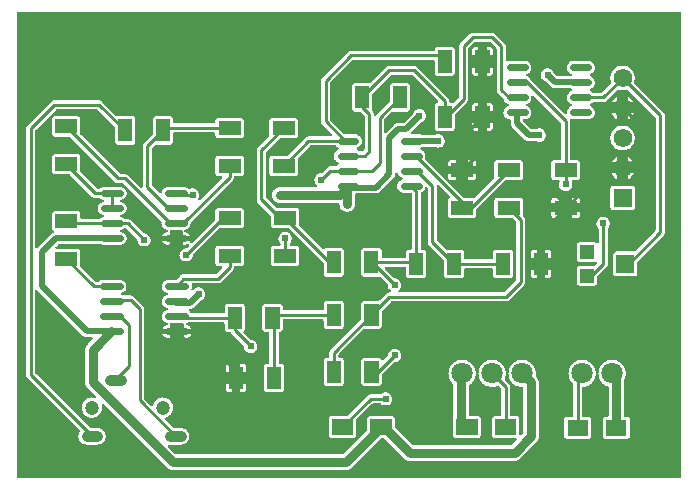
<source format=gtl>
G04 Layer: TopLayer*
G04 EasyEDA v6.4.17, 2021-03-05T15:54:57+08:00*
G04 7810626ff2e9405a9b1361f117870e28,a0ab3b0d74464cd6b67425ecbf828b8b,10*
G04 Gerber Generator version 0.2*
G04 Scale: 100 percent, Rotated: No, Reflected: No *
G04 Dimensions in millimeters *
G04 leading zeros omitted , absolute positions ,4 integer and 5 decimal *
%FSLAX45Y45*%
%MOMM*%

%ADD10C,0.2540*%
%ADD11C,0.8000*%
%ADD12C,0.5000*%
%ADD13C,0.6300*%
%ADD14C,0.5880*%
%ADD15C,0.5684*%
%ADD16C,0.6100*%
%ADD17C,0.6200*%
%ADD18R,1.8161X1.3589*%
%ADD19R,1.2000X1.9000*%
%ADD20R,1.9000X1.2000*%
%ADD21R,1.2000X1.2000*%
%ADD22R,1.5000X1.6000*%
%ADD23C,1.2000*%
%ADD24C,1.8000*%
%ADD25C,1.5748*%
%ADD26R,1.5748X1.5748*%
%ADD27C,0.9000*%

%LPD*%
G36*
X2067814Y4216654D02*
G01*
X2063902Y4217416D01*
X2060651Y4219651D01*
X2058416Y4222902D01*
X2057654Y4226814D01*
X2057654Y8155686D01*
X2058416Y8159597D01*
X2060651Y8162848D01*
X2063902Y8165084D01*
X2067814Y8165846D01*
X7673086Y8165846D01*
X7676997Y8165084D01*
X7680248Y8162848D01*
X7682484Y8159597D01*
X7683246Y8155686D01*
X7683246Y4226814D01*
X7682484Y4222902D01*
X7680248Y4219651D01*
X7676997Y4217416D01*
X7673086Y4216654D01*
G37*

%LPC*%
G36*
X6038342Y7800848D02*
G01*
X6087668Y7800848D01*
X6087668Y7841437D01*
X6086957Y7847685D01*
X6085078Y7853121D01*
X6082030Y7857947D01*
X6077966Y7862011D01*
X6073089Y7865059D01*
X6067704Y7866938D01*
X6061456Y7867650D01*
X6038342Y7867650D01*
G37*
G36*
X5916371Y7800848D02*
G01*
X5965647Y7800848D01*
X5965647Y7867650D01*
X5942584Y7867650D01*
X5936335Y7866938D01*
X5930900Y7865059D01*
X5926074Y7862011D01*
X5922010Y7857947D01*
X5918962Y7853121D01*
X5917031Y7847685D01*
X5916371Y7841437D01*
G37*
G36*
X5942584Y7626350D02*
G01*
X5965647Y7626350D01*
X5965647Y7693152D01*
X5916371Y7693152D01*
X5916371Y7652562D01*
X5917031Y7646314D01*
X5918962Y7640878D01*
X5922010Y7636052D01*
X5926074Y7631988D01*
X5930900Y7628940D01*
X5936335Y7627061D01*
G37*
G36*
X6038342Y7626350D02*
G01*
X6061456Y7626350D01*
X6067704Y7627061D01*
X6073089Y7628940D01*
X6077966Y7631988D01*
X6082030Y7636052D01*
X6085078Y7640878D01*
X6086957Y7646314D01*
X6087668Y7652562D01*
X6087668Y7693152D01*
X6038342Y7693152D01*
G37*
G36*
X7233920Y7399020D02*
G01*
X7281773Y7399020D01*
X7278573Y7405471D01*
X7271003Y7416850D01*
X7262012Y7427112D01*
X7251750Y7436103D01*
X7240371Y7443673D01*
X7233920Y7446873D01*
G37*
G36*
X7094626Y7399020D02*
G01*
X7142480Y7399020D01*
X7142480Y7446873D01*
X7136028Y7443673D01*
X7124649Y7436103D01*
X7114387Y7427112D01*
X7105396Y7416850D01*
X7097826Y7405471D01*
G37*
G36*
X7044639Y4552035D02*
G01*
X7225080Y4552035D01*
X7231380Y4552746D01*
X7236764Y4554677D01*
X7241641Y4557725D01*
X7245654Y4561738D01*
X7248702Y4566615D01*
X7250633Y4572000D01*
X7251344Y4578299D01*
X7251344Y4713020D01*
X7250633Y4719320D01*
X7248702Y4724704D01*
X7245654Y4729581D01*
X7241641Y4733594D01*
X7236764Y4736642D01*
X7231380Y4738573D01*
X7225080Y4739233D01*
X7210653Y4739233D01*
X7206792Y4740046D01*
X7203490Y4742230D01*
X7201306Y4745532D01*
X7200493Y4749393D01*
X7200493Y5047183D01*
X7201458Y5051501D01*
X7206792Y5062829D01*
X7211314Y5076647D01*
X7214006Y5090922D01*
X7214920Y5105400D01*
X7214006Y5119878D01*
X7211314Y5134152D01*
X7206792Y5147970D01*
X7200646Y5161127D01*
X7192873Y5173370D01*
X7183577Y5184546D01*
X7173010Y5194503D01*
X7161275Y5203037D01*
X7148525Y5210048D01*
X7135012Y5215382D01*
X7120991Y5218988D01*
X7106564Y5220817D01*
X7092035Y5220817D01*
X7077608Y5218988D01*
X7063587Y5215382D01*
X7050074Y5210048D01*
X7037324Y5203037D01*
X7025589Y5194503D01*
X7015022Y5184546D01*
X7005726Y5173370D01*
X6997953Y5161127D01*
X6991807Y5147970D01*
X6987286Y5134152D01*
X6984593Y5119878D01*
X6983679Y5105400D01*
X6984593Y5090922D01*
X6987286Y5076647D01*
X6991807Y5062829D01*
X6997953Y5049672D01*
X7005726Y5037429D01*
X7015022Y5026253D01*
X7025589Y5016296D01*
X7037324Y5007762D01*
X7050074Y5000752D01*
X7062774Y4995722D01*
X7066178Y4993538D01*
X7068413Y4990236D01*
X7069226Y4986274D01*
X7069226Y4749393D01*
X7068413Y4745532D01*
X7066229Y4742230D01*
X7062927Y4740046D01*
X7059066Y4739233D01*
X7044639Y4739233D01*
X7038340Y4738573D01*
X7032955Y4736642D01*
X7028078Y4733594D01*
X7024065Y4729581D01*
X7021017Y4724704D01*
X7019086Y4719320D01*
X7018426Y4713020D01*
X7018426Y4578299D01*
X7019086Y4572000D01*
X7021017Y4566615D01*
X7024065Y4561738D01*
X7028078Y4557725D01*
X7032955Y4554677D01*
X7038340Y4552746D01*
G37*
G36*
X6716979Y4552035D02*
G01*
X6897420Y4552035D01*
X6903720Y4552746D01*
X6909104Y4554677D01*
X6913981Y4557725D01*
X6917994Y4561738D01*
X6921042Y4566615D01*
X6922973Y4572000D01*
X6923684Y4578299D01*
X6923684Y4713020D01*
X6922973Y4719320D01*
X6921042Y4724704D01*
X6917994Y4729581D01*
X6913981Y4733594D01*
X6909104Y4736642D01*
X6903720Y4738573D01*
X6897420Y4739233D01*
X6855714Y4739233D01*
X6851802Y4740046D01*
X6848551Y4742230D01*
X6846316Y4745532D01*
X6845553Y4749393D01*
X6845553Y4980127D01*
X6846214Y4983734D01*
X6848094Y4986883D01*
X6850938Y4989118D01*
X6854444Y4990236D01*
X6866991Y4991811D01*
X6881012Y4995418D01*
X6894525Y5000752D01*
X6907275Y5007762D01*
X6919010Y5016296D01*
X6929577Y5026253D01*
X6938873Y5037429D01*
X6946646Y5049672D01*
X6952792Y5062829D01*
X6957314Y5076647D01*
X6960006Y5090922D01*
X6960920Y5105400D01*
X6960006Y5119878D01*
X6957314Y5134152D01*
X6952792Y5147970D01*
X6946646Y5161127D01*
X6938873Y5173370D01*
X6929577Y5184546D01*
X6919010Y5194503D01*
X6907275Y5203037D01*
X6894525Y5210048D01*
X6881012Y5215382D01*
X6866991Y5218988D01*
X6852564Y5220817D01*
X6838035Y5220817D01*
X6823608Y5218988D01*
X6809587Y5215382D01*
X6796074Y5210048D01*
X6783324Y5203037D01*
X6771589Y5194503D01*
X6761022Y5184546D01*
X6751726Y5173370D01*
X6743953Y5161127D01*
X6737807Y5147970D01*
X6733286Y5134152D01*
X6730593Y5119878D01*
X6729679Y5105400D01*
X6730593Y5090922D01*
X6733286Y5076647D01*
X6737807Y5062829D01*
X6743953Y5049672D01*
X6751726Y5037429D01*
X6761022Y5026253D01*
X6765645Y5021884D01*
X6768033Y5018532D01*
X6768846Y5014468D01*
X6768846Y4749393D01*
X6768084Y4745532D01*
X6765848Y4742230D01*
X6762597Y4740046D01*
X6758686Y4739233D01*
X6716979Y4739233D01*
X6710680Y4738573D01*
X6705295Y4736642D01*
X6700418Y4733594D01*
X6696405Y4729581D01*
X6693357Y4724704D01*
X6691426Y4719320D01*
X6690766Y4713020D01*
X6690766Y4578299D01*
X6691426Y4572000D01*
X6693357Y4566615D01*
X6696405Y4561738D01*
X6700418Y4557725D01*
X6705295Y4554677D01*
X6710680Y4552746D01*
G37*
G36*
X5779719Y4557115D02*
G01*
X5960160Y4557115D01*
X5966460Y4557826D01*
X5971844Y4559757D01*
X5976721Y4562805D01*
X5980734Y4566818D01*
X5983782Y4571695D01*
X5985713Y4577080D01*
X5986424Y4583379D01*
X5986424Y4718100D01*
X5985713Y4724400D01*
X5983782Y4729784D01*
X5980734Y4734661D01*
X5976721Y4738674D01*
X5971844Y4741722D01*
X5966460Y4743653D01*
X5960160Y4744313D01*
X5897473Y4744313D01*
X5893612Y4745126D01*
X5890310Y4747310D01*
X5888126Y4750612D01*
X5887313Y4754473D01*
X5887313Y4999736D01*
X5887821Y5002885D01*
X5889294Y5005730D01*
X5891530Y5007965D01*
X5903010Y5016296D01*
X5913577Y5026253D01*
X5922873Y5037429D01*
X5930646Y5049672D01*
X5936792Y5062829D01*
X5941314Y5076647D01*
X5944006Y5090922D01*
X5944920Y5105400D01*
X5944006Y5119878D01*
X5941314Y5134152D01*
X5936792Y5147970D01*
X5930646Y5161127D01*
X5922873Y5173370D01*
X5913577Y5184546D01*
X5903010Y5194503D01*
X5891276Y5203037D01*
X5878525Y5210048D01*
X5865012Y5215382D01*
X5850991Y5218988D01*
X5836564Y5220817D01*
X5822035Y5220817D01*
X5807608Y5218988D01*
X5793587Y5215382D01*
X5780074Y5210048D01*
X5767324Y5203037D01*
X5755589Y5194503D01*
X5745022Y5184546D01*
X5735726Y5173370D01*
X5727954Y5161127D01*
X5721807Y5147970D01*
X5717286Y5134152D01*
X5714593Y5119878D01*
X5713679Y5105400D01*
X5714593Y5090922D01*
X5717286Y5076647D01*
X5721807Y5062829D01*
X5727954Y5049672D01*
X5735726Y5037429D01*
X5745022Y5026253D01*
X5752846Y5018887D01*
X5755182Y5015534D01*
X5756046Y5011521D01*
X5756046Y4731359D01*
X5755436Y4728006D01*
X5754166Y4724400D01*
X5753506Y4718100D01*
X5753506Y4583379D01*
X5754166Y4577080D01*
X5756097Y4571695D01*
X5759145Y4566818D01*
X5763158Y4562805D01*
X5768035Y4559757D01*
X5773420Y4557826D01*
G37*
G36*
X4725619Y4557115D02*
G01*
X4906060Y4557115D01*
X4912360Y4557826D01*
X4917744Y4559757D01*
X4922621Y4562805D01*
X4926634Y4566818D01*
X4929682Y4571695D01*
X4931613Y4577080D01*
X4932324Y4583379D01*
X4932324Y4708753D01*
X4933086Y4712614D01*
X4935270Y4715916D01*
X5067503Y4848148D01*
X5070805Y4850384D01*
X5074716Y4851146D01*
X5136692Y4851146D01*
X5140553Y4850384D01*
X5143855Y4848148D01*
X5145532Y4846523D01*
X5153558Y4840884D01*
X5162397Y4836769D01*
X5171846Y4834229D01*
X5181600Y4833366D01*
X5191353Y4834229D01*
X5200802Y4836769D01*
X5209641Y4840884D01*
X5217668Y4846523D01*
X5224576Y4853432D01*
X5230215Y4861458D01*
X5234330Y4870297D01*
X5236870Y4879746D01*
X5237734Y4889500D01*
X5236870Y4899253D01*
X5234330Y4908702D01*
X5230215Y4917541D01*
X5224576Y4925568D01*
X5217668Y4932476D01*
X5209641Y4938115D01*
X5200802Y4942230D01*
X5191353Y4944770D01*
X5181600Y4945634D01*
X5171846Y4944770D01*
X5162397Y4942230D01*
X5153558Y4938115D01*
X5145532Y4932476D01*
X5143855Y4930851D01*
X5140553Y4928616D01*
X5136692Y4927854D01*
X5055108Y4927854D01*
X5047132Y4927092D01*
X5039918Y4924907D01*
X5033314Y4921351D01*
X5027117Y4916271D01*
X4858156Y4747310D01*
X4854854Y4745126D01*
X4850993Y4744313D01*
X4725619Y4744313D01*
X4719320Y4743653D01*
X4713935Y4741722D01*
X4709058Y4738674D01*
X4705045Y4734661D01*
X4701997Y4729784D01*
X4700066Y4724400D01*
X4699406Y4718100D01*
X4699406Y4583379D01*
X4700066Y4577080D01*
X4701997Y4571695D01*
X4705045Y4566818D01*
X4709058Y4562805D01*
X4713935Y4559757D01*
X4719320Y4557826D01*
G37*
G36*
X6038342Y7330948D02*
G01*
X6087668Y7330948D01*
X6087668Y7371537D01*
X6086957Y7377785D01*
X6085078Y7383221D01*
X6081979Y7388047D01*
X6077966Y7392111D01*
X6073089Y7395159D01*
X6067704Y7397038D01*
X6061405Y7397750D01*
X6038342Y7397750D01*
G37*
G36*
X5916320Y7330948D02*
G01*
X5965647Y7330948D01*
X5965647Y7397750D01*
X5942584Y7397750D01*
X5936284Y7397038D01*
X5930900Y7395159D01*
X5926023Y7392111D01*
X5922010Y7388047D01*
X5918962Y7383221D01*
X5917031Y7377785D01*
X5916320Y7371537D01*
G37*
G36*
X7142480Y7259726D02*
G01*
X7142480Y7307580D01*
X7094626Y7307580D01*
X7097826Y7301128D01*
X7105396Y7289749D01*
X7114387Y7279487D01*
X7124649Y7270496D01*
X7136028Y7262926D01*
G37*
G36*
X7233920Y7259726D02*
G01*
X7240371Y7262926D01*
X7251750Y7270496D01*
X7262012Y7279487D01*
X7271003Y7289749D01*
X7278573Y7301128D01*
X7281773Y7307580D01*
X7233920Y7307580D01*
G37*
G36*
X5942584Y7156450D02*
G01*
X5965647Y7156450D01*
X5965647Y7223252D01*
X5916320Y7223252D01*
X5916320Y7182662D01*
X5917031Y7176414D01*
X5918962Y7170978D01*
X5922010Y7166152D01*
X5926023Y7162088D01*
X5930900Y7159040D01*
X5936284Y7157161D01*
G37*
G36*
X3953052Y4946650D02*
G01*
X3976115Y4946650D01*
X3982415Y4947361D01*
X3987800Y4949240D01*
X3992676Y4952288D01*
X3996690Y4956352D01*
X3999737Y4961178D01*
X4001668Y4966614D01*
X4002379Y4972862D01*
X4002379Y5013452D01*
X3953052Y5013452D01*
G37*
G36*
X3857294Y4946650D02*
G01*
X3880358Y4946650D01*
X3880358Y5013452D01*
X3831031Y5013452D01*
X3831031Y4972862D01*
X3831742Y4966614D01*
X3833622Y4961178D01*
X3836720Y4956352D01*
X3840734Y4952288D01*
X3845610Y4949240D01*
X3850995Y4947361D01*
G37*
G36*
X4177284Y4946650D02*
G01*
X4296156Y4946650D01*
X4302404Y4947361D01*
X4307789Y4949240D01*
X4312666Y4952288D01*
X4316730Y4956352D01*
X4319778Y4961178D01*
X4321657Y4966614D01*
X4322368Y4972862D01*
X4322368Y5161737D01*
X4321657Y5167985D01*
X4319778Y5173421D01*
X4316730Y5178247D01*
X4312666Y5182311D01*
X4307789Y5185359D01*
X4302404Y5187238D01*
X4296156Y5187950D01*
X4285234Y5187950D01*
X4281322Y5188712D01*
X4278020Y5190947D01*
X4275836Y5194249D01*
X4275074Y5198110D01*
X4275074Y5444642D01*
X4275734Y5448249D01*
X4277614Y5451398D01*
X4280560Y5453634D01*
X4284065Y5454700D01*
X4289704Y5455361D01*
X4295089Y5457240D01*
X4299966Y5460288D01*
X4304030Y5464352D01*
X4307078Y5469178D01*
X4308957Y5474614D01*
X4309668Y5480862D01*
X4309668Y5552186D01*
X4310430Y5556097D01*
X4312615Y5559348D01*
X4315917Y5561584D01*
X4319828Y5562346D01*
X4646371Y5562346D01*
X4650282Y5561584D01*
X4653584Y5559348D01*
X4655769Y5556097D01*
X4656531Y5552186D01*
X4656531Y5506262D01*
X4657242Y5500014D01*
X4659122Y5494578D01*
X4662170Y5489752D01*
X4666234Y5485688D01*
X4671110Y5482640D01*
X4676495Y5480761D01*
X4682744Y5480050D01*
X4801616Y5480050D01*
X4807864Y5480761D01*
X4813300Y5482640D01*
X4818126Y5485688D01*
X4822190Y5489752D01*
X4825238Y5494578D01*
X4827117Y5500014D01*
X4827828Y5506262D01*
X4827828Y5695137D01*
X4827117Y5701385D01*
X4825238Y5706821D01*
X4822190Y5711647D01*
X4818126Y5715711D01*
X4813300Y5718759D01*
X4807864Y5720638D01*
X4801616Y5721350D01*
X4682744Y5721350D01*
X4676495Y5720638D01*
X4671110Y5718759D01*
X4666234Y5715711D01*
X4662170Y5711647D01*
X4659122Y5706821D01*
X4657242Y5701385D01*
X4656531Y5695137D01*
X4656531Y5649214D01*
X4655769Y5645302D01*
X4653584Y5642051D01*
X4650282Y5639816D01*
X4646371Y5639054D01*
X4319828Y5639054D01*
X4315917Y5639816D01*
X4312615Y5642051D01*
X4310430Y5645302D01*
X4309668Y5649214D01*
X4309668Y5669737D01*
X4308957Y5675985D01*
X4307078Y5681421D01*
X4304030Y5686247D01*
X4299966Y5690311D01*
X4295089Y5693359D01*
X4289704Y5695238D01*
X4283456Y5695950D01*
X4164584Y5695950D01*
X4158335Y5695238D01*
X4152900Y5693359D01*
X4148074Y5690311D01*
X4144010Y5686247D01*
X4140962Y5681421D01*
X4139031Y5675985D01*
X4138371Y5669737D01*
X4138371Y5480862D01*
X4139031Y5474614D01*
X4140962Y5469178D01*
X4144010Y5464352D01*
X4148074Y5460288D01*
X4152900Y5457240D01*
X4158335Y5455361D01*
X4164584Y5454650D01*
X4188206Y5454650D01*
X4192066Y5453888D01*
X4195368Y5451652D01*
X4197553Y5448350D01*
X4198315Y5444490D01*
X4198315Y5198110D01*
X4197553Y5194249D01*
X4195368Y5190947D01*
X4192066Y5188712D01*
X4188206Y5187950D01*
X4177284Y5187950D01*
X4171035Y5187238D01*
X4165600Y5185359D01*
X4160774Y5182311D01*
X4156710Y5178247D01*
X4153662Y5173421D01*
X4151782Y5167985D01*
X4151071Y5161737D01*
X4151071Y4972862D01*
X4151782Y4966614D01*
X4153662Y4961178D01*
X4156710Y4956352D01*
X4160774Y4952288D01*
X4165600Y4949240D01*
X4171035Y4947361D01*
G37*
G36*
X6038342Y7156450D02*
G01*
X6061405Y7156450D01*
X6067704Y7157161D01*
X6073089Y7159040D01*
X6077966Y7162088D01*
X6081979Y7166152D01*
X6085078Y7170978D01*
X6086957Y7176414D01*
X6087668Y7182662D01*
X6087668Y7223252D01*
X6038342Y7223252D01*
G37*
G36*
X5002784Y4997450D02*
G01*
X5121656Y4997450D01*
X5127904Y4998161D01*
X5133289Y5000040D01*
X5138166Y5003088D01*
X5142230Y5007152D01*
X5145278Y5011978D01*
X5147157Y5017414D01*
X5147868Y5023662D01*
X5147868Y5089398D01*
X5148630Y5093309D01*
X5150815Y5096611D01*
X5252516Y5198262D01*
X5256022Y5200548D01*
X5269738Y5202428D01*
X5278932Y5205272D01*
X5287467Y5209590D01*
X5295188Y5215280D01*
X5301843Y5222240D01*
X5307228Y5230164D01*
X5311190Y5238953D01*
X5313578Y5248249D01*
X5314442Y5257800D01*
X5313578Y5267350D01*
X5311190Y5276646D01*
X5307228Y5285435D01*
X5301843Y5293360D01*
X5295188Y5300319D01*
X5287467Y5306009D01*
X5278932Y5310327D01*
X5269738Y5313172D01*
X5260187Y5314391D01*
X5250586Y5313934D01*
X5241239Y5311952D01*
X5232298Y5308346D01*
X5224119Y5303316D01*
X5216906Y5296966D01*
X5210911Y5289499D01*
X5206187Y5281117D01*
X5202986Y5272074D01*
X5201361Y5262626D01*
X5201361Y5259832D01*
X5200599Y5255971D01*
X5198414Y5252669D01*
X5163108Y5217312D01*
X5159705Y5215077D01*
X5155692Y5214366D01*
X5151729Y5215280D01*
X5148427Y5217668D01*
X5146344Y5221173D01*
X5145278Y5224221D01*
X5142230Y5229047D01*
X5138166Y5233111D01*
X5133289Y5236159D01*
X5127904Y5238038D01*
X5121656Y5238750D01*
X5002784Y5238750D01*
X4996535Y5238038D01*
X4991100Y5236159D01*
X4986274Y5233111D01*
X4982210Y5229047D01*
X4979162Y5224221D01*
X4977231Y5218785D01*
X4976571Y5212537D01*
X4976571Y5023662D01*
X4977231Y5017414D01*
X4979162Y5011978D01*
X4982210Y5007152D01*
X4986274Y5003088D01*
X4991100Y5000040D01*
X4996535Y4998161D01*
G37*
G36*
X4682794Y4997450D02*
G01*
X4801616Y4997450D01*
X4807915Y4998161D01*
X4813300Y5000040D01*
X4818176Y5003088D01*
X4822190Y5007152D01*
X4825238Y5011978D01*
X4827168Y5017414D01*
X4827879Y5023662D01*
X4827879Y5212537D01*
X4827168Y5218785D01*
X4825238Y5224221D01*
X4822190Y5229047D01*
X4818176Y5233111D01*
X4813300Y5236159D01*
X4807915Y5238038D01*
X4801616Y5238750D01*
X4790744Y5238750D01*
X4786833Y5239512D01*
X4783531Y5241747D01*
X4781346Y5245049D01*
X4780584Y5248910D01*
X4780584Y5260594D01*
X4781346Y5264505D01*
X4783531Y5267807D01*
X4993030Y5477306D01*
X4995468Y5479084D01*
X4998313Y5480100D01*
X5121605Y5480050D01*
X5127904Y5480761D01*
X5133289Y5482640D01*
X5138166Y5485688D01*
X5142179Y5489752D01*
X5145278Y5494578D01*
X5147157Y5500014D01*
X5147868Y5506262D01*
X5147868Y5627878D01*
X5148630Y5631789D01*
X5150815Y5635040D01*
X5227523Y5711748D01*
X5230825Y5713984D01*
X5234736Y5714746D01*
X6197092Y5714746D01*
X6205067Y5715508D01*
X6212281Y5717692D01*
X6218885Y5721248D01*
X6225082Y5726328D01*
X6351371Y5852617D01*
X6356451Y5858814D01*
X6360007Y5865418D01*
X6362192Y5872632D01*
X6362954Y5880608D01*
X6362954Y6405372D01*
X6362192Y6413347D01*
X6360007Y6420561D01*
X6356451Y6427165D01*
X6351371Y6433362D01*
X6346393Y6438290D01*
X6344615Y6440728D01*
X6343599Y6443624D01*
X6343650Y6566916D01*
X6342938Y6573164D01*
X6341059Y6578600D01*
X6338011Y6583425D01*
X6333947Y6587490D01*
X6329121Y6590538D01*
X6323685Y6592417D01*
X6317437Y6593128D01*
X6128562Y6593128D01*
X6122314Y6592417D01*
X6116878Y6590538D01*
X6112052Y6587490D01*
X6107988Y6583425D01*
X6104940Y6578600D01*
X6103061Y6573164D01*
X6102350Y6566916D01*
X6102350Y6448044D01*
X6103061Y6441795D01*
X6104940Y6436410D01*
X6107988Y6431534D01*
X6112052Y6427470D01*
X6116878Y6424422D01*
X6122314Y6422542D01*
X6128562Y6421831D01*
X6250178Y6421831D01*
X6254089Y6421069D01*
X6257391Y6418884D01*
X6283248Y6392976D01*
X6285484Y6389674D01*
X6286246Y6385763D01*
X6286246Y5900216D01*
X6285484Y5896305D01*
X6283248Y5893003D01*
X6184696Y5794451D01*
X6181394Y5792216D01*
X6177483Y5791454D01*
X5297982Y5791454D01*
X5293868Y5792317D01*
X5290464Y5794806D01*
X5288330Y5798413D01*
X5287873Y5802630D01*
X5289143Y5806643D01*
X5291937Y5809792D01*
X5295188Y5812180D01*
X5301843Y5819140D01*
X5307228Y5827064D01*
X5311190Y5835853D01*
X5313578Y5845149D01*
X5314442Y5854700D01*
X5313578Y5864250D01*
X5311190Y5873546D01*
X5307228Y5882335D01*
X5301843Y5890260D01*
X5295188Y5897219D01*
X5287467Y5902909D01*
X5278932Y5907227D01*
X5269738Y5910072D01*
X5260136Y5911240D01*
X5256022Y5911951D01*
X5252516Y5914237D01*
X5177231Y5989523D01*
X5175046Y5992774D01*
X5174284Y5996686D01*
X5175046Y6000597D01*
X5177231Y6003848D01*
X5180533Y6006084D01*
X5184444Y6006846D01*
X5344871Y6006846D01*
X5348782Y6006084D01*
X5352084Y6003848D01*
X5354269Y6000597D01*
X5355031Y5996686D01*
X5355031Y5938062D01*
X5355742Y5931814D01*
X5357622Y5926378D01*
X5360670Y5921552D01*
X5364734Y5917488D01*
X5369610Y5914440D01*
X5374995Y5912561D01*
X5381244Y5911850D01*
X5500116Y5911850D01*
X5506364Y5912561D01*
X5511800Y5914440D01*
X5516626Y5917488D01*
X5520690Y5921552D01*
X5523738Y5926378D01*
X5525617Y5931814D01*
X5526328Y5938062D01*
X5526328Y6126937D01*
X5525617Y6133185D01*
X5523738Y6138621D01*
X5520690Y6143447D01*
X5516626Y6147511D01*
X5511800Y6150559D01*
X5506364Y6152438D01*
X5500116Y6153150D01*
X5489244Y6153150D01*
X5485333Y6153912D01*
X5482031Y6156147D01*
X5479846Y6159449D01*
X5479084Y6163310D01*
X5479084Y6632092D01*
X5479796Y6635953D01*
X5481929Y6639204D01*
X5485130Y6641439D01*
X5487974Y6642658D01*
X5495899Y6647840D01*
X5502808Y6654190D01*
X5508599Y6661658D01*
X5513120Y6669938D01*
X5515711Y6677558D01*
X5517794Y6681063D01*
X5521096Y6683502D01*
X5525058Y6684416D01*
X5529122Y6683705D01*
X5532526Y6681470D01*
X5533948Y6679996D01*
X5536184Y6676694D01*
X5536946Y6672783D01*
X5536946Y6218428D01*
X5537708Y6210452D01*
X5539892Y6203238D01*
X5543448Y6196634D01*
X5548528Y6190437D01*
X5672074Y6066891D01*
X5674258Y6063640D01*
X5675020Y6059728D01*
X5675020Y5938062D01*
X5675731Y5931814D01*
X5677662Y5926378D01*
X5680710Y5921552D01*
X5684723Y5917488D01*
X5689600Y5914440D01*
X5694984Y5912561D01*
X5701284Y5911850D01*
X5820105Y5911850D01*
X5826404Y5912561D01*
X5831789Y5914440D01*
X5836666Y5917488D01*
X5840679Y5921552D01*
X5843778Y5926378D01*
X5845657Y5931814D01*
X5846368Y5938062D01*
X5846368Y5983986D01*
X5847130Y5987897D01*
X5849315Y5991148D01*
X5852617Y5993384D01*
X5856528Y5994146D01*
X6081471Y5994146D01*
X6085382Y5993384D01*
X6088684Y5991148D01*
X6090869Y5987897D01*
X6091631Y5983986D01*
X6091631Y5938062D01*
X6092342Y5931814D01*
X6094222Y5926378D01*
X6097270Y5921552D01*
X6101334Y5917488D01*
X6106210Y5914440D01*
X6111595Y5912561D01*
X6117844Y5911850D01*
X6236716Y5911850D01*
X6242964Y5912561D01*
X6248400Y5914440D01*
X6253226Y5917488D01*
X6257290Y5921552D01*
X6260338Y5926378D01*
X6262217Y5931814D01*
X6262928Y5938062D01*
X6262928Y6126937D01*
X6262217Y6133185D01*
X6260338Y6138621D01*
X6257290Y6143447D01*
X6253226Y6147511D01*
X6248400Y6150559D01*
X6242964Y6152438D01*
X6236716Y6153150D01*
X6117844Y6153150D01*
X6111595Y6152438D01*
X6106210Y6150559D01*
X6101334Y6147511D01*
X6097270Y6143447D01*
X6094222Y6138621D01*
X6092342Y6133185D01*
X6091631Y6126937D01*
X6091631Y6081014D01*
X6090869Y6077102D01*
X6088684Y6073851D01*
X6085382Y6071616D01*
X6081471Y6070854D01*
X5856528Y6070854D01*
X5852617Y6071616D01*
X5849315Y6073851D01*
X5847130Y6077102D01*
X5846368Y6081014D01*
X5846368Y6126937D01*
X5845657Y6133185D01*
X5843778Y6138621D01*
X5840679Y6143447D01*
X5836666Y6147511D01*
X5831789Y6150559D01*
X5826404Y6152438D01*
X5820105Y6153150D01*
X5696864Y6153099D01*
X5693968Y6154115D01*
X5691530Y6155893D01*
X5616651Y6230823D01*
X5614416Y6234125D01*
X5613654Y6238036D01*
X5613654Y6690055D01*
X5614416Y6693966D01*
X5616651Y6697268D01*
X5619902Y6699453D01*
X5623814Y6700215D01*
X5627725Y6699453D01*
X5630976Y6697268D01*
X5723077Y6605168D01*
X5725160Y6602171D01*
X5726074Y6598666D01*
X5725668Y6595059D01*
X5723991Y6591808D01*
X5721299Y6589369D01*
X5718352Y6587490D01*
X5714288Y6583476D01*
X5711240Y6578600D01*
X5709361Y6573215D01*
X5708650Y6566916D01*
X5708650Y6448094D01*
X5709361Y6441795D01*
X5711240Y6436410D01*
X5714288Y6431534D01*
X5718352Y6427470D01*
X5723178Y6424422D01*
X5728614Y6422542D01*
X5734862Y6421831D01*
X5923737Y6421831D01*
X5929985Y6422542D01*
X5935421Y6424422D01*
X5940247Y6427470D01*
X5944311Y6431534D01*
X5947359Y6436410D01*
X5949238Y6441795D01*
X5949950Y6448094D01*
X5949950Y6495999D01*
X5950712Y6499910D01*
X5952947Y6503162D01*
X6188608Y6738874D01*
X6191910Y6741058D01*
X6195822Y6741820D01*
X6317437Y6741820D01*
X6323685Y6742531D01*
X6329121Y6744462D01*
X6333947Y6747509D01*
X6338011Y6751523D01*
X6341059Y6756400D01*
X6342938Y6761784D01*
X6343650Y6768084D01*
X6343650Y6886905D01*
X6342938Y6893204D01*
X6341059Y6898589D01*
X6338011Y6903466D01*
X6333947Y6907479D01*
X6329121Y6910527D01*
X6323685Y6912457D01*
X6317437Y6913168D01*
X6128562Y6913168D01*
X6122314Y6912457D01*
X6116878Y6910527D01*
X6112052Y6907479D01*
X6107988Y6903466D01*
X6104940Y6898589D01*
X6103061Y6893204D01*
X6102350Y6886905D01*
X6102400Y6763613D01*
X6101384Y6760768D01*
X6099606Y6758330D01*
X5936792Y6595516D01*
X5934354Y6593738D01*
X5931509Y6592722D01*
X5928461Y6592620D01*
X5923737Y6593128D01*
X5847791Y6593128D01*
X5843930Y6593941D01*
X5840628Y6596125D01*
X5517489Y6919214D01*
X5515406Y6922312D01*
X5514543Y6925970D01*
X5515102Y6929729D01*
X5516168Y6932879D01*
X5517743Y6942175D01*
X5517743Y6951624D01*
X5516168Y6960920D01*
X5513120Y6969861D01*
X5508599Y6978142D01*
X5502808Y6985609D01*
X5495899Y6991959D01*
X5487974Y6997141D01*
X5478932Y7001103D01*
X5475732Y7003338D01*
X5473598Y7006590D01*
X5472887Y7010400D01*
X5473598Y7014209D01*
X5475732Y7017461D01*
X5478932Y7019696D01*
X5485079Y7022388D01*
X5489143Y7023252D01*
X5598871Y7023252D01*
X5602681Y7022490D01*
X5609539Y7019747D01*
X5618886Y7017715D01*
X5628487Y7017308D01*
X5638038Y7018528D01*
X5647232Y7021372D01*
X5655767Y7025690D01*
X5663488Y7031380D01*
X5670143Y7038340D01*
X5675528Y7046264D01*
X5679490Y7055053D01*
X5681878Y7064349D01*
X5682742Y7073900D01*
X5681878Y7083450D01*
X5679490Y7092746D01*
X5675528Y7101535D01*
X5670143Y7109459D01*
X5663488Y7116419D01*
X5655767Y7122109D01*
X5647232Y7126427D01*
X5638038Y7129272D01*
X5628487Y7130491D01*
X5618886Y7130034D01*
X5609539Y7128052D01*
X5602681Y7125309D01*
X5598871Y7124547D01*
X5489143Y7124547D01*
X5485079Y7125411D01*
X5479338Y7127900D01*
X5470194Y7130237D01*
X5460390Y7131050D01*
X5404764Y7131050D01*
X5400903Y7131812D01*
X5397601Y7134047D01*
X5395366Y7137349D01*
X5394604Y7141209D01*
X5395366Y7145121D01*
X5397601Y7148372D01*
X5482488Y7233310D01*
X5484469Y7234834D01*
X5487212Y7236002D01*
X5495747Y7240320D01*
X5503468Y7246010D01*
X5510123Y7252970D01*
X5515508Y7260894D01*
X5519470Y7269683D01*
X5521858Y7278979D01*
X5522722Y7288530D01*
X5521858Y7298080D01*
X5519470Y7307376D01*
X5515508Y7316165D01*
X5510123Y7324090D01*
X5503468Y7331049D01*
X5495747Y7336739D01*
X5487212Y7341057D01*
X5478018Y7343902D01*
X5468467Y7345121D01*
X5458866Y7344664D01*
X5449519Y7342682D01*
X5440578Y7339075D01*
X5432399Y7334046D01*
X5425186Y7327696D01*
X5419191Y7320229D01*
X5414467Y7311847D01*
X5413451Y7308951D01*
X5411063Y7305141D01*
X5333796Y7227874D01*
X5330494Y7225639D01*
X5326583Y7224877D01*
X5288483Y7224877D01*
X5283860Y7224674D01*
X5279491Y7224115D01*
X5275173Y7223150D01*
X5270957Y7221829D01*
X5266893Y7220153D01*
X5262981Y7218070D01*
X5259222Y7215733D01*
X5255717Y7213041D01*
X5252313Y7209891D01*
X5186476Y7144105D01*
X5183225Y7141870D01*
X5179314Y7141108D01*
X5175402Y7141870D01*
X5172151Y7144105D01*
X5169916Y7147356D01*
X5169154Y7151268D01*
X5169154Y7249363D01*
X5169916Y7253274D01*
X5172151Y7256576D01*
X5234330Y7318806D01*
X5236768Y7320584D01*
X5239664Y7321600D01*
X5362956Y7321550D01*
X5369204Y7322261D01*
X5374589Y7324140D01*
X5379466Y7327188D01*
X5383530Y7331252D01*
X5386578Y7336078D01*
X5388457Y7341514D01*
X5389168Y7347762D01*
X5389168Y7536637D01*
X5388457Y7542885D01*
X5386578Y7548321D01*
X5383530Y7553147D01*
X5379466Y7557211D01*
X5374589Y7560259D01*
X5369204Y7562138D01*
X5362956Y7562850D01*
X5244084Y7562850D01*
X5237835Y7562138D01*
X5232400Y7560259D01*
X5227574Y7557211D01*
X5223510Y7553147D01*
X5220462Y7548321D01*
X5218582Y7542885D01*
X5217871Y7536637D01*
X5217871Y7414971D01*
X5217058Y7411110D01*
X5214874Y7407808D01*
X5104028Y7296962D01*
X5098288Y7289901D01*
X5095087Y7287310D01*
X5091074Y7286193D01*
X5087010Y7286752D01*
X5083454Y7288936D01*
X5081117Y7292289D01*
X5080254Y7296353D01*
X5080254Y7301992D01*
X5079492Y7309967D01*
X5077307Y7317181D01*
X5073751Y7323785D01*
X5069332Y7329170D01*
X5067604Y7332218D01*
X5066995Y7335570D01*
X5067554Y7338974D01*
X5068468Y7341514D01*
X5069179Y7347762D01*
X5069179Y7469428D01*
X5069941Y7473340D01*
X5072126Y7476591D01*
X5224983Y7629448D01*
X5228285Y7631684D01*
X5232196Y7632446D01*
X5402783Y7632446D01*
X5406694Y7631684D01*
X5409996Y7629448D01*
X5624830Y7414615D01*
X5626963Y7411466D01*
X5627827Y7407808D01*
X5627268Y7404049D01*
X5625388Y7400798D01*
X5622391Y7398461D01*
X5618784Y7397343D01*
X5616295Y7397038D01*
X5610910Y7395159D01*
X5606034Y7392111D01*
X5601970Y7388047D01*
X5598922Y7383221D01*
X5597042Y7377785D01*
X5596331Y7371537D01*
X5596331Y7182662D01*
X5597042Y7176414D01*
X5598922Y7170978D01*
X5601970Y7166152D01*
X5606034Y7162088D01*
X5610910Y7159040D01*
X5616295Y7157161D01*
X5622544Y7156450D01*
X5741416Y7156450D01*
X5747664Y7157161D01*
X5753100Y7159040D01*
X5757926Y7162088D01*
X5761990Y7166152D01*
X5765038Y7170978D01*
X5766917Y7176414D01*
X5767628Y7182662D01*
X5767628Y7296708D01*
X5768441Y7300569D01*
X5770626Y7303871D01*
X5868771Y7402017D01*
X5873851Y7408214D01*
X5877407Y7414818D01*
X5879592Y7422032D01*
X5880354Y7430008D01*
X5880354Y7853883D01*
X5881116Y7857794D01*
X5883351Y7861096D01*
X5931103Y7908848D01*
X5934405Y7911084D01*
X5938316Y7911846D01*
X6063183Y7911846D01*
X6067094Y7911084D01*
X6070396Y7908848D01*
X6118148Y7861096D01*
X6120384Y7857794D01*
X6121146Y7853883D01*
X6121146Y7506208D01*
X6121908Y7498232D01*
X6124092Y7491018D01*
X6127648Y7484414D01*
X6132728Y7478217D01*
X6177788Y7433157D01*
X6180226Y7429246D01*
X6183579Y7419238D01*
X6188100Y7410958D01*
X6193891Y7403490D01*
X6200800Y7397140D01*
X6208725Y7391958D01*
X6217767Y7387996D01*
X6220968Y7385761D01*
X6223101Y7382509D01*
X6223812Y7378700D01*
X6223101Y7374890D01*
X6220968Y7371638D01*
X6217767Y7369403D01*
X6208725Y7365441D01*
X6200800Y7360259D01*
X6193891Y7353909D01*
X6188100Y7346442D01*
X6183579Y7338161D01*
X6180531Y7329220D01*
X6178956Y7319924D01*
X6178956Y7310475D01*
X6180531Y7301179D01*
X6183579Y7292238D01*
X6188100Y7283958D01*
X6193891Y7276490D01*
X6200800Y7270140D01*
X6208725Y7264958D01*
X6217361Y7261199D01*
X6226505Y7258862D01*
X6230061Y7258558D01*
X6233668Y7257592D01*
X6236716Y7255306D01*
X6238697Y7252157D01*
X6239357Y7248448D01*
X6239357Y7226808D01*
X6239560Y7222185D01*
X6240170Y7217765D01*
X6241135Y7213447D01*
X6242456Y7209281D01*
X6244132Y7205167D01*
X6246164Y7201255D01*
X6248552Y7197547D01*
X6251244Y7194042D01*
X6254394Y7190587D01*
X6357213Y7087768D01*
X6360617Y7084618D01*
X6364122Y7081926D01*
X6367881Y7079589D01*
X6371793Y7077506D01*
X6375857Y7075830D01*
X6380073Y7074509D01*
X6384391Y7073544D01*
X6388760Y7072985D01*
X6393383Y7072782D01*
X6454851Y7072782D01*
X6458661Y7072020D01*
X6465519Y7069277D01*
X6474866Y7067245D01*
X6484467Y7066838D01*
X6494018Y7068058D01*
X6503212Y7070902D01*
X6511747Y7075220D01*
X6519468Y7080910D01*
X6526123Y7087870D01*
X6531508Y7095794D01*
X6535470Y7104583D01*
X6537858Y7113879D01*
X6538722Y7123430D01*
X6537858Y7132980D01*
X6535470Y7142276D01*
X6531508Y7151065D01*
X6526123Y7158990D01*
X6519468Y7165949D01*
X6511747Y7171639D01*
X6503212Y7175957D01*
X6494018Y7178802D01*
X6484467Y7180021D01*
X6474866Y7179564D01*
X6465519Y7177582D01*
X6458661Y7174839D01*
X6454851Y7174077D01*
X6418376Y7174077D01*
X6414465Y7174839D01*
X6411163Y7177074D01*
X6347561Y7240727D01*
X6345326Y7243978D01*
X6344564Y7247890D01*
X6345326Y7251750D01*
X6347561Y7255052D01*
X6350863Y7257288D01*
X6354724Y7258050D01*
X6358991Y7258050D01*
X6368796Y7258862D01*
X6377940Y7261199D01*
X6386576Y7264958D01*
X6394500Y7270140D01*
X6401409Y7276490D01*
X6407200Y7283958D01*
X6411722Y7292238D01*
X6414770Y7301179D01*
X6416344Y7310475D01*
X6416344Y7319924D01*
X6414770Y7329220D01*
X6411722Y7338161D01*
X6407200Y7346442D01*
X6401409Y7353909D01*
X6394500Y7360259D01*
X6386576Y7365441D01*
X6377533Y7369403D01*
X6374333Y7371638D01*
X6372199Y7374890D01*
X6371488Y7378700D01*
X6372199Y7382509D01*
X6374333Y7385761D01*
X6377533Y7387996D01*
X6386576Y7391958D01*
X6394500Y7397140D01*
X6401409Y7403490D01*
X6407200Y7410958D01*
X6411722Y7419238D01*
X6414770Y7428179D01*
X6416344Y7437475D01*
X6416294Y7452410D01*
X6418224Y7456220D01*
X6421475Y7458913D01*
X6425590Y7459980D01*
X6429756Y7459370D01*
X6433312Y7457033D01*
X6664248Y7226096D01*
X6666484Y7222794D01*
X6667246Y7218883D01*
X6667246Y6923328D01*
X6666484Y6919417D01*
X6664248Y6916115D01*
X6660997Y6913930D01*
X6657086Y6913168D01*
X6611162Y6913168D01*
X6604914Y6912457D01*
X6599478Y6910578D01*
X6594652Y6907530D01*
X6590588Y6903466D01*
X6587540Y6898589D01*
X6585661Y6893204D01*
X6584950Y6886956D01*
X6584950Y6768084D01*
X6585661Y6761835D01*
X6587540Y6756400D01*
X6590588Y6751574D01*
X6594652Y6747509D01*
X6599478Y6744462D01*
X6604914Y6742582D01*
X6611162Y6741871D01*
X6644233Y6741871D01*
X6647992Y6741109D01*
X6651244Y6739026D01*
X6653479Y6735876D01*
X6654342Y6732117D01*
X6653784Y6728307D01*
X6650786Y6719874D01*
X6649161Y6710425D01*
X6649161Y6700774D01*
X6650786Y6691325D01*
X6653987Y6682282D01*
X6658711Y6673900D01*
X6664706Y6666433D01*
X6671919Y6660083D01*
X6680098Y6655053D01*
X6689039Y6651447D01*
X6698386Y6649415D01*
X6707987Y6649008D01*
X6717538Y6650228D01*
X6726732Y6653072D01*
X6735267Y6657390D01*
X6742988Y6663080D01*
X6749643Y6670040D01*
X6755028Y6677964D01*
X6758990Y6686753D01*
X6761378Y6696049D01*
X6762242Y6705600D01*
X6761378Y6715150D01*
X6758990Y6724446D01*
X6757619Y6727494D01*
X6756704Y6731457D01*
X6757416Y6735419D01*
X6759600Y6738772D01*
X6762902Y6741058D01*
X6766864Y6741871D01*
X6800037Y6741871D01*
X6806285Y6742582D01*
X6811721Y6744462D01*
X6816547Y6747509D01*
X6820611Y6751574D01*
X6823659Y6756400D01*
X6825538Y6761835D01*
X6826250Y6768084D01*
X6826250Y6886956D01*
X6825538Y6893204D01*
X6823659Y6898589D01*
X6820611Y6903466D01*
X6816547Y6907530D01*
X6811721Y6910578D01*
X6806285Y6912457D01*
X6800037Y6913168D01*
X6754114Y6913168D01*
X6750202Y6913930D01*
X6746951Y6916115D01*
X6744716Y6919417D01*
X6743953Y6923328D01*
X6743953Y7238492D01*
X6743192Y7246467D01*
X6742684Y7248093D01*
X6742328Y7252360D01*
X6743750Y7256373D01*
X6746697Y7259472D01*
X6750608Y7261047D01*
X6754875Y7260894D01*
X6763003Y7258862D01*
X6772808Y7258050D01*
X6895490Y7258050D01*
X6905294Y7258862D01*
X6914438Y7261199D01*
X6923074Y7264958D01*
X6930999Y7270140D01*
X6937908Y7276490D01*
X6943699Y7283958D01*
X6948220Y7292238D01*
X6951268Y7301179D01*
X6952843Y7310475D01*
X6952843Y7319924D01*
X6951268Y7329220D01*
X6948220Y7338161D01*
X6943699Y7346442D01*
X6937908Y7353909D01*
X6930999Y7360259D01*
X6923074Y7365441D01*
X6914032Y7369403D01*
X6910831Y7371638D01*
X6908698Y7374890D01*
X6907987Y7378700D01*
X6908698Y7382509D01*
X6910831Y7385761D01*
X6914032Y7387996D01*
X6923074Y7391958D01*
X6930999Y7397140D01*
X6935368Y7401153D01*
X6938568Y7403134D01*
X6942226Y7403846D01*
X7022592Y7403846D01*
X7030567Y7404608D01*
X7037781Y7406792D01*
X7044385Y7410348D01*
X7050582Y7415428D01*
X7142124Y7506970D01*
X7145223Y7509103D01*
X7148880Y7509916D01*
X7152589Y7509408D01*
X7161174Y7506462D01*
X7174585Y7503820D01*
X7188200Y7502906D01*
X7201814Y7503820D01*
X7215225Y7506462D01*
X7223810Y7509408D01*
X7227519Y7509916D01*
X7231176Y7509103D01*
X7234275Y7506970D01*
X7464348Y7276896D01*
X7466584Y7273594D01*
X7467346Y7269683D01*
X7467346Y6319316D01*
X7466584Y6315405D01*
X7464348Y6312103D01*
X7293356Y6141110D01*
X7289749Y6138773D01*
X7285532Y6138164D01*
X7136587Y6138164D01*
X7130288Y6137452D01*
X7124903Y6135573D01*
X7120026Y6132525D01*
X7116013Y6128461D01*
X7112965Y6123584D01*
X7111034Y6118199D01*
X7110323Y6111951D01*
X7110323Y5953048D01*
X7111034Y5946800D01*
X7112965Y5941415D01*
X7116013Y5936538D01*
X7120026Y5932474D01*
X7124903Y5929426D01*
X7130288Y5927547D01*
X7136587Y5926836D01*
X7285431Y5926836D01*
X7291679Y5927547D01*
X7297115Y5929426D01*
X7301941Y5932474D01*
X7306005Y5936538D01*
X7309053Y5941415D01*
X7310932Y5946800D01*
X7311644Y5953048D01*
X7311644Y6046724D01*
X7312406Y6050584D01*
X7314641Y6053886D01*
X7532471Y6271717D01*
X7537551Y6277914D01*
X7541107Y6284518D01*
X7543292Y6291732D01*
X7544053Y6299708D01*
X7544053Y7289292D01*
X7543292Y7297267D01*
X7541107Y7304481D01*
X7537551Y7311085D01*
X7532471Y7317282D01*
X7288530Y7561224D01*
X7286396Y7564323D01*
X7285583Y7567980D01*
X7286091Y7571689D01*
X7289038Y7580274D01*
X7291679Y7593685D01*
X7292594Y7607300D01*
X7291679Y7620914D01*
X7289038Y7634325D01*
X7284618Y7647228D01*
X7278573Y7659471D01*
X7271003Y7670850D01*
X7262012Y7681112D01*
X7251750Y7690103D01*
X7240371Y7697673D01*
X7228128Y7703718D01*
X7215225Y7708138D01*
X7201814Y7710779D01*
X7188200Y7711694D01*
X7174585Y7710779D01*
X7161174Y7708138D01*
X7148271Y7703718D01*
X7136028Y7697673D01*
X7124649Y7690103D01*
X7114387Y7681112D01*
X7105396Y7670850D01*
X7097826Y7659471D01*
X7091781Y7647228D01*
X7087362Y7634325D01*
X7084720Y7620914D01*
X7083806Y7607300D01*
X7084720Y7593685D01*
X7087362Y7580274D01*
X7090308Y7571689D01*
X7090816Y7567980D01*
X7090003Y7564323D01*
X7087870Y7561224D01*
X7010196Y7483551D01*
X7006894Y7481316D01*
X7002983Y7480553D01*
X6942226Y7480553D01*
X6938568Y7481265D01*
X6935368Y7483246D01*
X6930999Y7487259D01*
X6923074Y7492441D01*
X6914032Y7496403D01*
X6910831Y7498638D01*
X6908698Y7501890D01*
X6907987Y7505700D01*
X6908698Y7509509D01*
X6910831Y7512761D01*
X6914032Y7514996D01*
X6923074Y7518958D01*
X6930999Y7524140D01*
X6937908Y7530490D01*
X6943699Y7537958D01*
X6948220Y7546238D01*
X6951268Y7555179D01*
X6952843Y7564475D01*
X6952843Y7573924D01*
X6951268Y7583220D01*
X6948220Y7592161D01*
X6943699Y7600442D01*
X6937908Y7607909D01*
X6930999Y7614259D01*
X6923074Y7619441D01*
X6914032Y7623403D01*
X6910831Y7625638D01*
X6908698Y7628890D01*
X6907987Y7632700D01*
X6908698Y7636509D01*
X6910831Y7639761D01*
X6914032Y7641996D01*
X6923074Y7645958D01*
X6930999Y7651140D01*
X6937908Y7657490D01*
X6943699Y7664958D01*
X6948220Y7673238D01*
X6951268Y7682179D01*
X6952843Y7691475D01*
X6952843Y7700924D01*
X6951268Y7710220D01*
X6948220Y7719161D01*
X6943699Y7727442D01*
X6937908Y7734909D01*
X6930999Y7741259D01*
X6923074Y7746441D01*
X6914438Y7750200D01*
X6905294Y7752537D01*
X6895490Y7753350D01*
X6772808Y7753350D01*
X6763003Y7752537D01*
X6753859Y7750200D01*
X6745224Y7746441D01*
X6737299Y7741259D01*
X6730390Y7734909D01*
X6724599Y7727442D01*
X6720078Y7719161D01*
X6717030Y7710220D01*
X6715455Y7700924D01*
X6715455Y7691475D01*
X6717030Y7682179D01*
X6720078Y7673238D01*
X6724599Y7664958D01*
X6730390Y7657490D01*
X6737299Y7651140D01*
X6745224Y7645958D01*
X6754266Y7641996D01*
X6757466Y7639761D01*
X6759600Y7636509D01*
X6760311Y7632700D01*
X6759600Y7628890D01*
X6757466Y7625638D01*
X6754266Y7623403D01*
X6748119Y7620711D01*
X6744055Y7619847D01*
X6641896Y7619847D01*
X6637985Y7620609D01*
X6634683Y7622844D01*
X6608419Y7649159D01*
X6606336Y7652156D01*
X6602628Y7660335D01*
X6597243Y7668259D01*
X6590588Y7675219D01*
X6582867Y7680909D01*
X6574332Y7685227D01*
X6565138Y7688072D01*
X6555587Y7689291D01*
X6545986Y7688834D01*
X6536639Y7686852D01*
X6527698Y7683246D01*
X6519519Y7678216D01*
X6512306Y7671866D01*
X6506311Y7664399D01*
X6501587Y7656017D01*
X6498386Y7646974D01*
X6496761Y7637525D01*
X6496761Y7627874D01*
X6498386Y7618425D01*
X6501587Y7609382D01*
X6506311Y7601000D01*
X6512306Y7593533D01*
X6519519Y7587183D01*
X6527698Y7582153D01*
X6533134Y7579969D01*
X6536537Y7577734D01*
X6580733Y7533538D01*
X6584137Y7530388D01*
X6587642Y7527696D01*
X6591401Y7525359D01*
X6595313Y7523276D01*
X6599377Y7521600D01*
X6603593Y7520279D01*
X6607911Y7519314D01*
X6612280Y7518755D01*
X6616903Y7518552D01*
X6744055Y7518552D01*
X6748119Y7517688D01*
X6754266Y7514996D01*
X6757466Y7512761D01*
X6759600Y7509509D01*
X6760311Y7505700D01*
X6759600Y7501890D01*
X6757466Y7498638D01*
X6754266Y7496403D01*
X6745224Y7492441D01*
X6737299Y7487259D01*
X6730390Y7480909D01*
X6724599Y7473442D01*
X6720078Y7465161D01*
X6717030Y7456220D01*
X6715455Y7446924D01*
X6715455Y7437475D01*
X6717030Y7428179D01*
X6720078Y7419238D01*
X6724599Y7410958D01*
X6730390Y7403490D01*
X6737299Y7397140D01*
X6745224Y7391958D01*
X6754266Y7387996D01*
X6757466Y7385761D01*
X6759600Y7382509D01*
X6760311Y7378700D01*
X6759600Y7374890D01*
X6757466Y7371638D01*
X6754266Y7369403D01*
X6745224Y7365441D01*
X6737299Y7360259D01*
X6730390Y7353909D01*
X6724599Y7346442D01*
X6720078Y7338161D01*
X6717030Y7329220D01*
X6715455Y7319924D01*
X6715506Y7304989D01*
X6713575Y7301179D01*
X6710324Y7298486D01*
X6706209Y7297420D01*
X6702044Y7298029D01*
X6698488Y7300366D01*
X6415989Y7582865D01*
X6413550Y7586725D01*
X6411722Y7592161D01*
X6407200Y7600442D01*
X6401409Y7607909D01*
X6394500Y7614259D01*
X6386576Y7619441D01*
X6377533Y7623403D01*
X6374333Y7625638D01*
X6372199Y7628890D01*
X6371488Y7632700D01*
X6372199Y7636509D01*
X6374333Y7639761D01*
X6377533Y7641996D01*
X6386576Y7645958D01*
X6394500Y7651140D01*
X6401409Y7657490D01*
X6407200Y7664958D01*
X6411722Y7673238D01*
X6414770Y7682179D01*
X6416344Y7691475D01*
X6416344Y7700924D01*
X6414770Y7710220D01*
X6411722Y7719161D01*
X6407200Y7727442D01*
X6401409Y7734909D01*
X6394500Y7741259D01*
X6386576Y7746441D01*
X6377940Y7750200D01*
X6368796Y7752537D01*
X6358991Y7753350D01*
X6236309Y7753350D01*
X6226505Y7752537D01*
X6217361Y7750200D01*
X6212078Y7747914D01*
X6208166Y7747050D01*
X6204254Y7747762D01*
X6200902Y7749997D01*
X6198666Y7753299D01*
X6197854Y7757210D01*
X6197854Y7873492D01*
X6197092Y7881467D01*
X6194907Y7888681D01*
X6191351Y7895285D01*
X6186271Y7901482D01*
X6110782Y7976971D01*
X6104585Y7982051D01*
X6097981Y7985607D01*
X6090767Y7987792D01*
X6082792Y7988553D01*
X5918708Y7988553D01*
X5910732Y7987792D01*
X5903518Y7985607D01*
X5896914Y7982051D01*
X5890717Y7976971D01*
X5815228Y7901482D01*
X5810148Y7895285D01*
X5806592Y7888681D01*
X5804408Y7881467D01*
X5803646Y7873492D01*
X5803646Y7449616D01*
X5802884Y7445705D01*
X5800648Y7442403D01*
X5757824Y7399578D01*
X5754878Y7397496D01*
X5751322Y7396632D01*
X5741416Y7397750D01*
X5730494Y7397750D01*
X5726582Y7398512D01*
X5723331Y7400747D01*
X5721096Y7404049D01*
X5720334Y7407909D01*
X5720334Y7411212D01*
X5719572Y7419187D01*
X5717387Y7426401D01*
X5713831Y7433005D01*
X5708751Y7439202D01*
X5450382Y7697571D01*
X5444185Y7702651D01*
X5437581Y7706207D01*
X5430367Y7708392D01*
X5422392Y7709153D01*
X5212588Y7709153D01*
X5204612Y7708392D01*
X5197398Y7706207D01*
X5190794Y7702651D01*
X5184597Y7697571D01*
X5052669Y7565593D01*
X5050231Y7563815D01*
X5047335Y7562799D01*
X4924094Y7562850D01*
X4917795Y7562138D01*
X4912410Y7560259D01*
X4907534Y7557211D01*
X4903520Y7553147D01*
X4900472Y7548321D01*
X4898542Y7542885D01*
X4897831Y7536637D01*
X4897831Y7347762D01*
X4898542Y7341514D01*
X4900472Y7336078D01*
X4903520Y7331252D01*
X4907534Y7327188D01*
X4912410Y7324140D01*
X4917795Y7322261D01*
X4924094Y7321550D01*
X4964430Y7321550D01*
X4968290Y7320788D01*
X4971592Y7318552D01*
X5000548Y7289596D01*
X5002784Y7286294D01*
X5003546Y7282383D01*
X5003546Y7005116D01*
X5002784Y7001205D01*
X5000548Y6997903D01*
X4990896Y6988251D01*
X4987594Y6986016D01*
X4983683Y6985253D01*
X4970627Y6985253D01*
X4966970Y6985965D01*
X4963769Y6987946D01*
X4959400Y6991959D01*
X4951476Y6997141D01*
X4942433Y7001103D01*
X4939233Y7003338D01*
X4937099Y7006590D01*
X4936388Y7010400D01*
X4937099Y7014209D01*
X4939233Y7017461D01*
X4942433Y7019696D01*
X4951476Y7023658D01*
X4959400Y7028840D01*
X4966309Y7035190D01*
X4972100Y7042658D01*
X4976622Y7050938D01*
X4979670Y7059879D01*
X4981244Y7069175D01*
X4981244Y7078624D01*
X4979670Y7087920D01*
X4976622Y7096861D01*
X4972100Y7105142D01*
X4966309Y7112609D01*
X4959400Y7118959D01*
X4951476Y7124141D01*
X4942840Y7127900D01*
X4933696Y7130237D01*
X4923891Y7131050D01*
X4840020Y7131050D01*
X4836109Y7131812D01*
X4832807Y7134047D01*
X4714951Y7251903D01*
X4712716Y7255205D01*
X4711954Y7259116D01*
X4711954Y7561783D01*
X4712716Y7565694D01*
X4714951Y7568996D01*
X4902403Y7756448D01*
X4905705Y7758684D01*
X4909616Y7759446D01*
X5586171Y7759446D01*
X5590082Y7758684D01*
X5593384Y7756448D01*
X5595569Y7753197D01*
X5596331Y7749286D01*
X5596331Y7652562D01*
X5597042Y7646314D01*
X5598922Y7640878D01*
X5601970Y7636052D01*
X5606034Y7631988D01*
X5610910Y7628940D01*
X5616295Y7627061D01*
X5622594Y7626350D01*
X5741416Y7626350D01*
X5747715Y7627061D01*
X5753100Y7628940D01*
X5757976Y7631988D01*
X5761990Y7636052D01*
X5765038Y7640878D01*
X5766968Y7646314D01*
X5767679Y7652562D01*
X5767679Y7841437D01*
X5766968Y7847685D01*
X5765038Y7853121D01*
X5761990Y7857947D01*
X5757976Y7862011D01*
X5753100Y7865059D01*
X5747715Y7866938D01*
X5741416Y7867650D01*
X5622594Y7867650D01*
X5616295Y7866938D01*
X5610910Y7865059D01*
X5606034Y7862011D01*
X5601970Y7857947D01*
X5598922Y7853121D01*
X5597042Y7847685D01*
X5596788Y7845196D01*
X5595721Y7841640D01*
X5593435Y7838744D01*
X5590286Y7836814D01*
X5586679Y7836153D01*
X4890008Y7836153D01*
X4882032Y7835392D01*
X4874818Y7833207D01*
X4868214Y7829651D01*
X4862017Y7824571D01*
X4646828Y7609382D01*
X4641748Y7603185D01*
X4638192Y7596581D01*
X4636008Y7589367D01*
X4635246Y7581392D01*
X4635246Y7239508D01*
X4636008Y7231532D01*
X4638192Y7224318D01*
X4641748Y7217714D01*
X4646828Y7211517D01*
X4728768Y7129576D01*
X4730953Y7126325D01*
X4731715Y7122414D01*
X4730953Y7118502D01*
X4728768Y7115251D01*
X4725466Y7113016D01*
X4721555Y7112253D01*
X4529328Y7112253D01*
X4521352Y7111492D01*
X4514138Y7109307D01*
X4507534Y7105751D01*
X4501337Y7100671D01*
X4352391Y6951725D01*
X4349140Y6949541D01*
X4345228Y6948779D01*
X4223562Y6948779D01*
X4217314Y6948068D01*
X4211878Y6946138D01*
X4207052Y6943090D01*
X4202988Y6939076D01*
X4199940Y6934200D01*
X4198061Y6928815D01*
X4197350Y6922516D01*
X4197350Y6803694D01*
X4198061Y6797395D01*
X4199940Y6792010D01*
X4202988Y6787134D01*
X4207052Y6783120D01*
X4211878Y6780022D01*
X4217314Y6778142D01*
X4223562Y6777431D01*
X4412437Y6777431D01*
X4418685Y6778142D01*
X4424121Y6780022D01*
X4428947Y6783120D01*
X4433011Y6787134D01*
X4436059Y6792010D01*
X4437938Y6797395D01*
X4438650Y6803694D01*
X4438599Y6926935D01*
X4439615Y6929831D01*
X4441393Y6932269D01*
X4541723Y7032548D01*
X4545025Y7034784D01*
X4548936Y7035546D01*
X4754473Y7035546D01*
X4758131Y7034834D01*
X4761331Y7032853D01*
X4765700Y7028840D01*
X4773625Y7023658D01*
X4782667Y7019696D01*
X4785868Y7017461D01*
X4788001Y7014209D01*
X4788712Y7010400D01*
X4788001Y7006590D01*
X4785868Y7003338D01*
X4782667Y7001103D01*
X4773625Y6997141D01*
X4765700Y6991959D01*
X4758791Y6985609D01*
X4753000Y6978142D01*
X4748479Y6969861D01*
X4745431Y6960920D01*
X4743856Y6951624D01*
X4743856Y6942175D01*
X4745431Y6932879D01*
X4748479Y6923938D01*
X4753000Y6915658D01*
X4758791Y6908190D01*
X4765700Y6901840D01*
X4773625Y6896658D01*
X4782667Y6892696D01*
X4785868Y6890461D01*
X4788001Y6887209D01*
X4788712Y6883400D01*
X4788001Y6879590D01*
X4785868Y6876338D01*
X4782667Y6874103D01*
X4773625Y6870141D01*
X4765700Y6864959D01*
X4761331Y6860946D01*
X4758131Y6858965D01*
X4754473Y6858253D01*
X4712208Y6858253D01*
X4704232Y6857492D01*
X4697018Y6855307D01*
X4690414Y6851751D01*
X4684217Y6846671D01*
X4640630Y6803085D01*
X4637532Y6800951D01*
X4633874Y6800088D01*
X4628286Y6799834D01*
X4618939Y6797852D01*
X4609998Y6794246D01*
X4601819Y6789216D01*
X4594606Y6782866D01*
X4588611Y6775399D01*
X4583887Y6767017D01*
X4580686Y6757974D01*
X4579061Y6748525D01*
X4579061Y6738874D01*
X4580686Y6729425D01*
X4583887Y6720382D01*
X4588611Y6712000D01*
X4594606Y6704533D01*
X4601057Y6698894D01*
X4603496Y6695643D01*
X4604461Y6691680D01*
X4603851Y6687667D01*
X4601667Y6684213D01*
X4598314Y6681876D01*
X4594352Y6681063D01*
X4285386Y6681063D01*
X4274718Y6680250D01*
X4264710Y6677863D01*
X4255211Y6673900D01*
X4246422Y6668516D01*
X4238599Y6661810D01*
X4231894Y6653987D01*
X4226509Y6645198D01*
X4222546Y6635699D01*
X4220159Y6625691D01*
X4219346Y6615430D01*
X4220159Y6605168D01*
X4222546Y6595160D01*
X4226509Y6585661D01*
X4231894Y6576872D01*
X4238599Y6569049D01*
X4246422Y6562344D01*
X4255211Y6556959D01*
X4264710Y6552996D01*
X4274718Y6550609D01*
X4285386Y6549796D01*
X4780635Y6549796D01*
X4784344Y6549085D01*
X4787544Y6547104D01*
X4789779Y6544056D01*
X4790795Y6540449D01*
X4791811Y6528206D01*
X4794300Y6518249D01*
X4798314Y6508800D01*
X4803800Y6500063D01*
X4810607Y6492341D01*
X4818481Y6485737D01*
X4827320Y6480454D01*
X4836871Y6476593D01*
X4846929Y6474307D01*
X4857191Y6473596D01*
X4867452Y6474510D01*
X4877460Y6477050D01*
X4886909Y6481064D01*
X4895646Y6486550D01*
X4903368Y6493357D01*
X4909972Y6501231D01*
X4915255Y6510070D01*
X4919116Y6519621D01*
X4921402Y6529679D01*
X4922113Y6540347D01*
X4921300Y6618020D01*
X4922012Y6621932D01*
X4924196Y6625285D01*
X4927549Y6627469D01*
X4931460Y6628282D01*
X5097576Y6628282D01*
X5102199Y6628485D01*
X5106568Y6629044D01*
X5110886Y6630009D01*
X5115102Y6631330D01*
X5119166Y6633006D01*
X5123078Y6635089D01*
X5126837Y6637426D01*
X5130342Y6640118D01*
X5133746Y6643268D01*
X5247741Y6757263D01*
X5250891Y6760667D01*
X5253583Y6764172D01*
X5255920Y6767931D01*
X5258003Y6771843D01*
X5259679Y6775907D01*
X5261000Y6780123D01*
X5261965Y6784441D01*
X5262524Y6788810D01*
X5262727Y6800900D01*
X5263540Y6804863D01*
X5265826Y6808216D01*
X5269280Y6810400D01*
X5273243Y6811060D01*
X5277205Y6810095D01*
X5280456Y6807708D01*
X5282488Y6804202D01*
X5284978Y6796938D01*
X5289499Y6788658D01*
X5295290Y6781190D01*
X5302199Y6774840D01*
X5310124Y6769658D01*
X5319166Y6765696D01*
X5322366Y6763461D01*
X5324500Y6760209D01*
X5325211Y6756400D01*
X5324500Y6752590D01*
X5322366Y6749338D01*
X5319166Y6747103D01*
X5310124Y6743141D01*
X5302199Y6737959D01*
X5295290Y6731609D01*
X5289499Y6724142D01*
X5284978Y6715861D01*
X5281930Y6706920D01*
X5280355Y6697624D01*
X5280355Y6688175D01*
X5281930Y6678879D01*
X5284978Y6669938D01*
X5289499Y6661658D01*
X5295290Y6654190D01*
X5302199Y6647840D01*
X5310124Y6642658D01*
X5318760Y6638899D01*
X5327904Y6636562D01*
X5337708Y6635750D01*
X5392216Y6635750D01*
X5396077Y6634988D01*
X5399379Y6632752D01*
X5401564Y6629450D01*
X5402376Y6625590D01*
X5402376Y6163310D01*
X5401564Y6159449D01*
X5399379Y6156147D01*
X5396077Y6153912D01*
X5392216Y6153150D01*
X5381244Y6153150D01*
X5374995Y6152438D01*
X5369610Y6150559D01*
X5364734Y6147511D01*
X5360670Y6143447D01*
X5357622Y6138621D01*
X5355742Y6133185D01*
X5355031Y6126937D01*
X5355031Y6093714D01*
X5354269Y6089802D01*
X5352084Y6086551D01*
X5348782Y6084316D01*
X5344871Y6083554D01*
X5158028Y6083554D01*
X5154117Y6084316D01*
X5150815Y6086551D01*
X5148630Y6089802D01*
X5147868Y6093714D01*
X5147868Y6139637D01*
X5147157Y6145885D01*
X5145278Y6151321D01*
X5142230Y6156147D01*
X5138166Y6160211D01*
X5133289Y6163259D01*
X5127904Y6165138D01*
X5121656Y6165850D01*
X5002784Y6165850D01*
X4996535Y6165138D01*
X4991100Y6163259D01*
X4986274Y6160211D01*
X4982210Y6156147D01*
X4979162Y6151321D01*
X4977282Y6145885D01*
X4976571Y6139637D01*
X4976571Y5950762D01*
X4977282Y5944514D01*
X4979162Y5939078D01*
X4982210Y5934252D01*
X4986274Y5930188D01*
X4991100Y5927140D01*
X4996535Y5925261D01*
X5002784Y5924550D01*
X5121656Y5924550D01*
X5127650Y5925210D01*
X5130647Y5925108D01*
X5133492Y5924092D01*
X5135930Y5922314D01*
X5198414Y5859830D01*
X5200599Y5856528D01*
X5201361Y5852668D01*
X5201361Y5849874D01*
X5202986Y5840425D01*
X5206187Y5831382D01*
X5210911Y5823000D01*
X5216906Y5815533D01*
X5224068Y5809234D01*
X5226507Y5805982D01*
X5227523Y5802020D01*
X5226862Y5798007D01*
X5224678Y5794603D01*
X5221325Y5792266D01*
X5217363Y5791454D01*
X5215128Y5791454D01*
X5207152Y5790692D01*
X5199938Y5788507D01*
X5193334Y5784951D01*
X5187137Y5779871D01*
X5131358Y5724093D01*
X5128971Y5722315D01*
X5126075Y5721299D01*
X5002784Y5721350D01*
X4996484Y5720638D01*
X4991100Y5718759D01*
X4986223Y5715711D01*
X4982210Y5711647D01*
X4979162Y5706821D01*
X4977231Y5701385D01*
X4976520Y5695137D01*
X4976520Y5573522D01*
X4975758Y5569610D01*
X4973574Y5566308D01*
X4715459Y5308193D01*
X4710379Y5301996D01*
X4706823Y5295392D01*
X4704638Y5288178D01*
X4703876Y5280202D01*
X4703876Y5248910D01*
X4703064Y5245049D01*
X4700879Y5241747D01*
X4697577Y5239512D01*
X4693716Y5238750D01*
X4682794Y5238750D01*
X4676495Y5238038D01*
X4671110Y5236159D01*
X4666234Y5233111D01*
X4662170Y5229047D01*
X4659122Y5224221D01*
X4657242Y5218785D01*
X4656531Y5212537D01*
X4656531Y5023662D01*
X4657242Y5017414D01*
X4659122Y5011978D01*
X4662170Y5007152D01*
X4666234Y5003088D01*
X4671110Y5000040D01*
X4676495Y4998161D01*
G37*
G36*
X3831031Y5121148D02*
G01*
X3880358Y5121148D01*
X3880358Y5187950D01*
X3857294Y5187950D01*
X3850995Y5187238D01*
X3845610Y5185359D01*
X3840734Y5182311D01*
X3836720Y5178247D01*
X3833622Y5173421D01*
X3831742Y5167985D01*
X3831031Y5161737D01*
G37*
G36*
X3953052Y5121148D02*
G01*
X4002379Y5121148D01*
X4002379Y5161737D01*
X4001668Y5167985D01*
X3999737Y5173421D01*
X3996690Y5178247D01*
X3992676Y5182311D01*
X3987800Y5185359D01*
X3982415Y5187238D01*
X3976115Y5187950D01*
X3953052Y5187950D01*
G37*
G36*
X7188200Y6994906D02*
G01*
X7201814Y6995820D01*
X7215225Y6998462D01*
X7228128Y7002881D01*
X7240371Y7008926D01*
X7251750Y7016496D01*
X7262012Y7025487D01*
X7271003Y7035749D01*
X7278573Y7047128D01*
X7284618Y7059371D01*
X7289038Y7072274D01*
X7291679Y7085685D01*
X7292594Y7099300D01*
X7291679Y7112914D01*
X7289038Y7126325D01*
X7284618Y7139228D01*
X7278573Y7151471D01*
X7271003Y7162850D01*
X7262012Y7173112D01*
X7251750Y7182103D01*
X7240371Y7189673D01*
X7228128Y7195718D01*
X7215225Y7200138D01*
X7201814Y7202779D01*
X7188200Y7203694D01*
X7174585Y7202779D01*
X7161174Y7200138D01*
X7148271Y7195718D01*
X7136028Y7189673D01*
X7124649Y7182103D01*
X7114387Y7173112D01*
X7105396Y7162850D01*
X7097826Y7151471D01*
X7091781Y7139228D01*
X7087362Y7126325D01*
X7084720Y7112914D01*
X7083806Y7099300D01*
X7084720Y7085685D01*
X7087362Y7072274D01*
X7091781Y7059371D01*
X7097826Y7047128D01*
X7105396Y7035749D01*
X7114387Y7025487D01*
X7124649Y7016496D01*
X7136028Y7008926D01*
X7148271Y7002881D01*
X7161174Y6998462D01*
X7174585Y6995820D01*
G37*
G36*
X4040987Y5277408D02*
G01*
X4050537Y5278628D01*
X4059732Y5281472D01*
X4068267Y5285790D01*
X4075988Y5291480D01*
X4082643Y5298440D01*
X4088028Y5306364D01*
X4091990Y5315153D01*
X4094378Y5324449D01*
X4095242Y5334000D01*
X4094378Y5343550D01*
X4091990Y5352846D01*
X4088028Y5361635D01*
X4082643Y5369560D01*
X4075988Y5376519D01*
X4068267Y5382209D01*
X4059732Y5386527D01*
X4050537Y5389372D01*
X4040936Y5390540D01*
X4036822Y5391251D01*
X4033316Y5393537D01*
X3980434Y5446420D01*
X3978249Y5449722D01*
X3977436Y5453583D01*
X3978249Y5457494D01*
X3980434Y5460796D01*
X3983990Y5464352D01*
X3987037Y5469178D01*
X3988968Y5474614D01*
X3989679Y5480862D01*
X3989679Y5669737D01*
X3988968Y5675985D01*
X3987037Y5681421D01*
X3983990Y5686247D01*
X3979976Y5690311D01*
X3975100Y5693359D01*
X3969715Y5695238D01*
X3963415Y5695950D01*
X3844594Y5695950D01*
X3838295Y5695238D01*
X3832910Y5693359D01*
X3828034Y5690311D01*
X3823970Y5686247D01*
X3820922Y5681421D01*
X3819042Y5675985D01*
X3818331Y5669737D01*
X3818331Y5623814D01*
X3817569Y5619902D01*
X3815384Y5616651D01*
X3812082Y5614416D01*
X3808171Y5613654D01*
X3541217Y5613654D01*
X3538016Y5614162D01*
X3535172Y5615686D01*
X3532886Y5617972D01*
X3529126Y5623356D01*
X3522370Y5630164D01*
X3519728Y5631992D01*
X3516884Y5634990D01*
X3515512Y5638800D01*
X3515715Y5642864D01*
X3517493Y5646572D01*
X3520592Y5649214D01*
X3524504Y5650433D01*
X3531920Y5651195D01*
X3536086Y5652109D01*
X3540302Y5653430D01*
X3544366Y5655106D01*
X3548278Y5657189D01*
X3552037Y5659526D01*
X3555542Y5662218D01*
X3558946Y5665368D01*
X3616553Y5722975D01*
X3619449Y5725007D01*
X3627221Y5728614D01*
X3635248Y5734253D01*
X3642156Y5741162D01*
X3647795Y5749188D01*
X3651910Y5758027D01*
X3654450Y5767476D01*
X3655314Y5777230D01*
X3654450Y5786983D01*
X3651910Y5796432D01*
X3647795Y5805271D01*
X3642156Y5813298D01*
X3635248Y5820206D01*
X3627221Y5825845D01*
X3618382Y5829960D01*
X3608933Y5832500D01*
X3599179Y5833364D01*
X3589426Y5832500D01*
X3579977Y5829960D01*
X3571138Y5825845D01*
X3563112Y5820206D01*
X3555492Y5812586D01*
X3551783Y5810199D01*
X3547414Y5809589D01*
X3543198Y5810910D01*
X3539998Y5813907D01*
X3538270Y5817971D01*
X3538474Y5822340D01*
X3541166Y5832449D01*
X3542029Y5842000D01*
X3541166Y5851550D01*
X3540404Y5854344D01*
X3540150Y5858052D01*
X3541166Y5861608D01*
X3543452Y5864555D01*
X3546601Y5866485D01*
X3550259Y5867146D01*
X3758692Y5867146D01*
X3766667Y5867908D01*
X3773881Y5870092D01*
X3780485Y5873648D01*
X3786682Y5878728D01*
X3887571Y5979617D01*
X3892651Y5985814D01*
X3896207Y5992418D01*
X3898392Y5999632D01*
X3899001Y6006287D01*
X3900068Y6009843D01*
X3902303Y6012840D01*
X3905504Y6014770D01*
X3909110Y6015431D01*
X3955237Y6015431D01*
X3961485Y6016142D01*
X3966921Y6018022D01*
X3971747Y6021120D01*
X3975811Y6025134D01*
X3978859Y6030010D01*
X3980738Y6035395D01*
X3981450Y6041694D01*
X3981450Y6160516D01*
X3980738Y6166815D01*
X3978859Y6172200D01*
X3975811Y6177076D01*
X3971747Y6181090D01*
X3966921Y6184138D01*
X3961485Y6186068D01*
X3955237Y6186779D01*
X3766362Y6186779D01*
X3760114Y6186068D01*
X3754678Y6184138D01*
X3749852Y6181090D01*
X3745788Y6177076D01*
X3742740Y6172200D01*
X3740861Y6166815D01*
X3740150Y6160516D01*
X3740150Y6041694D01*
X3740861Y6035395D01*
X3742740Y6030010D01*
X3745788Y6025134D01*
X3749852Y6021120D01*
X3754678Y6018022D01*
X3760114Y6016142D01*
X3766362Y6015431D01*
X3790391Y6015431D01*
X3794251Y6014669D01*
X3797554Y6012484D01*
X3799789Y6009182D01*
X3800551Y6005271D01*
X3799789Y6001410D01*
X3797554Y5998108D01*
X3746296Y5946851D01*
X3742994Y5944616D01*
X3739083Y5943854D01*
X3467354Y5943854D01*
X3463645Y5943701D01*
X3459581Y5943092D01*
X3456228Y5942279D01*
X3452418Y5940907D01*
X3449269Y5939434D01*
X3445764Y5937351D01*
X3443020Y5935319D01*
X3439972Y5932576D01*
X3437483Y5929833D01*
X3413251Y5900724D01*
X3409746Y5898032D01*
X3405428Y5897067D01*
X3341725Y5897067D01*
X3331768Y5896203D01*
X3322472Y5893714D01*
X3313785Y5889650D01*
X3305962Y5884164D01*
X3299155Y5877356D01*
X3293668Y5869482D01*
X3289604Y5860796D01*
X3287115Y5851550D01*
X3286302Y5842000D01*
X3287115Y5832449D01*
X3289604Y5823204D01*
X3293668Y5814517D01*
X3299155Y5806643D01*
X3305962Y5799836D01*
X3313785Y5794349D01*
X3322472Y5790285D01*
X3329889Y5788304D01*
X3333800Y5786272D01*
X3336493Y5782818D01*
X3337458Y5778500D01*
X3336493Y5774182D01*
X3333800Y5770727D01*
X3329889Y5768695D01*
X3322472Y5766714D01*
X3313785Y5762650D01*
X3305962Y5757164D01*
X3299155Y5750356D01*
X3293668Y5742482D01*
X3289604Y5733796D01*
X3287115Y5724550D01*
X3286302Y5715000D01*
X3287115Y5705449D01*
X3289604Y5696204D01*
X3293668Y5687517D01*
X3299155Y5679643D01*
X3305962Y5672836D01*
X3313785Y5667349D01*
X3322472Y5663285D01*
X3329889Y5661304D01*
X3333800Y5659272D01*
X3336493Y5655818D01*
X3337458Y5651500D01*
X3336493Y5647182D01*
X3333800Y5643727D01*
X3329889Y5641695D01*
X3322472Y5639714D01*
X3313785Y5635650D01*
X3305962Y5630164D01*
X3299155Y5623356D01*
X3293668Y5615482D01*
X3289604Y5606796D01*
X3287115Y5597550D01*
X3286302Y5588000D01*
X3287115Y5578449D01*
X3289604Y5569204D01*
X3293668Y5560517D01*
X3299155Y5552643D01*
X3305962Y5545836D01*
X3313785Y5540349D01*
X3322472Y5536285D01*
X3329889Y5534304D01*
X3333800Y5532272D01*
X3336493Y5528818D01*
X3337458Y5524500D01*
X3336493Y5520182D01*
X3333800Y5516727D01*
X3329889Y5514695D01*
X3322472Y5512714D01*
X3313785Y5508650D01*
X3305962Y5503164D01*
X3299155Y5496356D01*
X3293668Y5488482D01*
X3290620Y5482031D01*
X3356660Y5482031D01*
X3356660Y5522772D01*
X3357473Y5526684D01*
X3359658Y5529986D01*
X3362960Y5532170D01*
X3366820Y5532932D01*
X3461461Y5532932D01*
X3465372Y5532170D01*
X3468674Y5529986D01*
X3470859Y5526684D01*
X3471621Y5522772D01*
X3471621Y5482031D01*
X3537661Y5482031D01*
X3534664Y5488482D01*
X3529126Y5496356D01*
X3522370Y5503164D01*
X3514496Y5508650D01*
X3505809Y5512714D01*
X3498392Y5514695D01*
X3494481Y5516727D01*
X3491788Y5520182D01*
X3490874Y5524500D01*
X3491788Y5528767D01*
X3494481Y5532272D01*
X3498342Y5534304D01*
X3506774Y5536590D01*
X3509467Y5536946D01*
X3808171Y5536946D01*
X3812082Y5536184D01*
X3815384Y5533948D01*
X3817569Y5530697D01*
X3818331Y5526786D01*
X3818331Y5480862D01*
X3819042Y5474614D01*
X3820922Y5469178D01*
X3823970Y5464352D01*
X3828034Y5460288D01*
X3832910Y5457240D01*
X3838295Y5455361D01*
X3844594Y5454650D01*
X3862171Y5454650D01*
X3865727Y5453989D01*
X3868826Y5452110D01*
X3871112Y5449265D01*
X3872179Y5447334D01*
X3877259Y5441137D01*
X3979214Y5339130D01*
X3981399Y5335828D01*
X3982161Y5331968D01*
X3982161Y5329174D01*
X3983786Y5319725D01*
X3986987Y5310682D01*
X3991711Y5302300D01*
X3997706Y5294833D01*
X4004919Y5288483D01*
X4013098Y5283454D01*
X4022039Y5279847D01*
X4031386Y5277815D01*
G37*
G36*
X3471621Y5405932D02*
G01*
X3486556Y5405932D01*
X3496564Y5406796D01*
X3505809Y5409285D01*
X3514496Y5413349D01*
X3522370Y5418836D01*
X3529126Y5425643D01*
X3534664Y5433517D01*
X3537661Y5439968D01*
X3471621Y5439968D01*
G37*
G36*
X3341725Y5405932D02*
G01*
X3356660Y5405932D01*
X3356660Y5439968D01*
X3290620Y5439968D01*
X3293668Y5433517D01*
X3299155Y5425643D01*
X3305962Y5418836D01*
X3313785Y5413349D01*
X3322472Y5409285D01*
X3331768Y5406796D01*
G37*
G36*
X7094626Y6891020D02*
G01*
X7142480Y6891020D01*
X7142480Y6938873D01*
X7136028Y6935673D01*
X7124649Y6928103D01*
X7114387Y6919112D01*
X7105396Y6908850D01*
X7097826Y6897471D01*
G37*
G36*
X7233920Y6891020D02*
G01*
X7281773Y6891020D01*
X7278573Y6897471D01*
X7271003Y6908850D01*
X7262012Y6919112D01*
X7251750Y6928103D01*
X7240371Y6935673D01*
X7233920Y6938873D01*
G37*
G36*
X5883148Y6863842D02*
G01*
X5949950Y6863842D01*
X5949950Y6886956D01*
X5949238Y6893204D01*
X5947359Y6898589D01*
X5944311Y6903466D01*
X5940247Y6907530D01*
X5935421Y6910578D01*
X5929985Y6912457D01*
X5923737Y6913168D01*
X5883148Y6913168D01*
G37*
G36*
X5708650Y6863842D02*
G01*
X5775452Y6863842D01*
X5775452Y6913168D01*
X5734862Y6913168D01*
X5728614Y6912457D01*
X5723178Y6910578D01*
X5718352Y6907530D01*
X5714288Y6903466D01*
X5711240Y6898589D01*
X5709361Y6893204D01*
X5708650Y6886956D01*
G37*
G36*
X7142480Y6751726D02*
G01*
X7142480Y6799580D01*
X7094626Y6799580D01*
X7097826Y6793128D01*
X7105396Y6781749D01*
X7114387Y6771487D01*
X7124649Y6762496D01*
X7136028Y6754926D01*
G37*
G36*
X7233920Y6751726D02*
G01*
X7240371Y6754926D01*
X7251750Y6762496D01*
X7262012Y6771487D01*
X7271003Y6781749D01*
X7278573Y6793128D01*
X7281773Y6799580D01*
X7233920Y6799580D01*
G37*
G36*
X5883148Y6741871D02*
G01*
X5923737Y6741871D01*
X5929985Y6742531D01*
X5935421Y6744462D01*
X5940247Y6747509D01*
X5944311Y6751574D01*
X5947359Y6756400D01*
X5949238Y6761835D01*
X5949950Y6768084D01*
X5949950Y6791147D01*
X5883148Y6791147D01*
G37*
G36*
X5734862Y6741871D02*
G01*
X5775452Y6741871D01*
X5775452Y6791147D01*
X5708650Y6791147D01*
X5708650Y6768084D01*
X5709361Y6761835D01*
X5711240Y6756400D01*
X5714288Y6751574D01*
X5718352Y6747509D01*
X5723178Y6744462D01*
X5728614Y6742531D01*
G37*
G36*
X6759448Y6543852D02*
G01*
X6826250Y6543852D01*
X6826250Y6566916D01*
X6825538Y6573215D01*
X6823659Y6578600D01*
X6820611Y6583476D01*
X6816547Y6587490D01*
X6811721Y6590538D01*
X6806285Y6592468D01*
X6800037Y6593179D01*
X6759448Y6593179D01*
G37*
G36*
X6826554Y5846826D02*
G01*
X6945426Y5846826D01*
X6951675Y5847537D01*
X6957110Y5849467D01*
X6961936Y5852515D01*
X6966000Y5856528D01*
X6969048Y5861405D01*
X6970928Y5866790D01*
X6971639Y5873089D01*
X6971639Y5922619D01*
X6972452Y5926480D01*
X6974636Y5929782D01*
X7049871Y6005017D01*
X7054951Y6011214D01*
X7058507Y6017818D01*
X7060692Y6025032D01*
X7061453Y6033008D01*
X7061453Y6329781D01*
X7062165Y6333591D01*
X7064298Y6336842D01*
X7067143Y6339840D01*
X7072528Y6347764D01*
X7076490Y6356553D01*
X7078878Y6365849D01*
X7079742Y6375400D01*
X7078878Y6384950D01*
X7076490Y6394246D01*
X7072528Y6403035D01*
X7067143Y6410960D01*
X7060488Y6417919D01*
X7052767Y6423609D01*
X7044232Y6427927D01*
X7035038Y6430772D01*
X7025487Y6431991D01*
X7015886Y6431534D01*
X7006539Y6429552D01*
X6997598Y6425946D01*
X6989419Y6420916D01*
X6982206Y6414566D01*
X6976211Y6407099D01*
X6971487Y6398717D01*
X6968286Y6389674D01*
X6966661Y6380226D01*
X6966661Y6370574D01*
X6968286Y6361125D01*
X6971487Y6352082D01*
X6976211Y6343700D01*
X6982510Y6335877D01*
X6984187Y6332880D01*
X6984746Y6329527D01*
X6984746Y6213906D01*
X6983831Y6209690D01*
X6981240Y6206236D01*
X6977430Y6204153D01*
X6973112Y6203848D01*
X6969048Y6205372D01*
X6961936Y6212484D01*
X6957110Y6215532D01*
X6951675Y6217462D01*
X6945426Y6218174D01*
X6826554Y6218174D01*
X6820306Y6217462D01*
X6814921Y6215532D01*
X6810044Y6212484D01*
X6805980Y6208471D01*
X6802932Y6203594D01*
X6801053Y6198209D01*
X6800342Y6191910D01*
X6800342Y6073089D01*
X6801053Y6066790D01*
X6802932Y6061405D01*
X6805980Y6056528D01*
X6810044Y6052515D01*
X6814921Y6049467D01*
X6820306Y6047536D01*
X6826554Y6046825D01*
X6945426Y6046825D01*
X6951675Y6047536D01*
X6957110Y6049467D01*
X6961936Y6051448D01*
X6966102Y6051143D01*
X6969810Y6049213D01*
X6972452Y6045962D01*
X6973519Y6041847D01*
X6972858Y6037732D01*
X6970572Y6034176D01*
X6957059Y6020714D01*
X6954621Y6018885D01*
X6951776Y6017920D01*
X6948728Y6017768D01*
X6945426Y6018174D01*
X6826554Y6018174D01*
X6820306Y6017463D01*
X6814921Y6015532D01*
X6810044Y6012484D01*
X6805980Y6008471D01*
X6802932Y6003594D01*
X6801053Y5998210D01*
X6800342Y5991910D01*
X6800342Y5873089D01*
X6801053Y5866790D01*
X6802932Y5861405D01*
X6805980Y5856528D01*
X6810044Y5852515D01*
X6814921Y5849467D01*
X6820306Y5847537D01*
G37*
G36*
X6584950Y6543852D02*
G01*
X6651752Y6543852D01*
X6651752Y6593179D01*
X6611162Y6593179D01*
X6604914Y6592468D01*
X6599478Y6590538D01*
X6594652Y6587490D01*
X6590588Y6583476D01*
X6587540Y6578600D01*
X6585661Y6573215D01*
X6584950Y6566916D01*
G37*
G36*
X6533642Y5911850D02*
G01*
X6556705Y5911850D01*
X6563004Y5912561D01*
X6568389Y5914440D01*
X6573266Y5917488D01*
X6577279Y5921552D01*
X6580378Y5926378D01*
X6582257Y5931814D01*
X6582968Y5938062D01*
X6582968Y5978652D01*
X6533642Y5978652D01*
G37*
G36*
X6437884Y5911850D02*
G01*
X6460947Y5911850D01*
X6460947Y5978652D01*
X6411620Y5978652D01*
X6411620Y5938062D01*
X6412331Y5931814D01*
X6414262Y5926378D01*
X6417310Y5921552D01*
X6421323Y5917488D01*
X6426200Y5914440D01*
X6431584Y5912561D01*
G37*
G36*
X7110018Y6486906D02*
G01*
X7266381Y6486906D01*
X7272629Y6487617D01*
X7278065Y6489496D01*
X7282891Y6492544D01*
X7286955Y6496608D01*
X7290003Y6501434D01*
X7291882Y6506870D01*
X7292594Y6513118D01*
X7292594Y6669481D01*
X7291882Y6675729D01*
X7290003Y6681165D01*
X7286955Y6685991D01*
X7282891Y6690055D01*
X7278065Y6693103D01*
X7272629Y6694982D01*
X7266381Y6695694D01*
X7110018Y6695694D01*
X7103770Y6694982D01*
X7098334Y6693103D01*
X7093508Y6690055D01*
X7089444Y6685991D01*
X7086396Y6681165D01*
X7084517Y6675729D01*
X7083806Y6669481D01*
X7083806Y6513118D01*
X7084517Y6506870D01*
X7086396Y6501434D01*
X7089444Y6496608D01*
X7093508Y6492544D01*
X7098334Y6489496D01*
X7103770Y6487617D01*
G37*
G36*
X6611162Y6421831D02*
G01*
X6651752Y6421831D01*
X6651752Y6471158D01*
X6584950Y6471158D01*
X6584950Y6448094D01*
X6585661Y6441795D01*
X6587540Y6436410D01*
X6590588Y6431534D01*
X6594652Y6427520D01*
X6599478Y6424422D01*
X6604914Y6422542D01*
G37*
G36*
X6759448Y6421831D02*
G01*
X6800037Y6421831D01*
X6806285Y6422542D01*
X6811721Y6424422D01*
X6816547Y6427520D01*
X6820611Y6431534D01*
X6823659Y6436410D01*
X6825538Y6441795D01*
X6826250Y6448094D01*
X6826250Y6471158D01*
X6759448Y6471158D01*
G37*
G36*
X4682794Y5924550D02*
G01*
X4801616Y5924550D01*
X4807915Y5925261D01*
X4813300Y5927140D01*
X4818176Y5930188D01*
X4822190Y5934252D01*
X4825238Y5939078D01*
X4827168Y5944514D01*
X4827879Y5950762D01*
X4827879Y6139637D01*
X4827168Y6145885D01*
X4825238Y6151321D01*
X4822190Y6156147D01*
X4818176Y6160211D01*
X4813300Y6163259D01*
X4807915Y6165138D01*
X4801616Y6165850D01*
X4682794Y6165850D01*
X4676495Y6165138D01*
X4671110Y6163259D01*
X4666234Y6160211D01*
X4663236Y6157163D01*
X4659934Y6154978D01*
X4656023Y6154216D01*
X4652162Y6154978D01*
X4648860Y6157163D01*
X4454093Y6351930D01*
X4452315Y6354368D01*
X4451299Y6357213D01*
X4451350Y6480505D01*
X4450638Y6486804D01*
X4448759Y6492189D01*
X4445711Y6497066D01*
X4441647Y6501130D01*
X4436821Y6504178D01*
X4431385Y6506057D01*
X4425137Y6506768D01*
X4257802Y6506768D01*
X4253890Y6507530D01*
X4250588Y6509715D01*
X4168851Y6591503D01*
X4166615Y6594805D01*
X4165854Y6598716D01*
X4165854Y6972503D01*
X4166615Y6976364D01*
X4168851Y6979666D01*
X4283608Y7094474D01*
X4286910Y7096658D01*
X4290822Y7097471D01*
X4412437Y7097471D01*
X4418685Y7098182D01*
X4424121Y7100062D01*
X4428947Y7103109D01*
X4433011Y7107174D01*
X4436059Y7112000D01*
X4437938Y7117435D01*
X4438650Y7123684D01*
X4438650Y7242556D01*
X4437938Y7248804D01*
X4436059Y7254189D01*
X4433011Y7259066D01*
X4428947Y7263130D01*
X4424121Y7266178D01*
X4418685Y7268057D01*
X4412437Y7268768D01*
X4223562Y7268768D01*
X4217314Y7268057D01*
X4211878Y7266178D01*
X4207052Y7263130D01*
X4202988Y7259066D01*
X4199940Y7254189D01*
X4198061Y7248804D01*
X4197350Y7242556D01*
X4197400Y7119213D01*
X4196384Y7116368D01*
X4194606Y7113930D01*
X4100728Y7020052D01*
X4095648Y7013854D01*
X4092092Y7007250D01*
X4089908Y7000087D01*
X4089146Y6992112D01*
X4089146Y6579108D01*
X4089908Y6571132D01*
X4092092Y6563918D01*
X4095648Y6557314D01*
X4100728Y6551117D01*
X4207052Y6444792D01*
X4209288Y6441490D01*
X4210050Y6437579D01*
X4210050Y6361684D01*
X4210761Y6355384D01*
X4212640Y6350000D01*
X4215688Y6345123D01*
X4219752Y6341110D01*
X4224578Y6338062D01*
X4230014Y6336131D01*
X4236262Y6335420D01*
X4357878Y6335420D01*
X4361789Y6334658D01*
X4365091Y6332474D01*
X4653584Y6043980D01*
X4655769Y6040678D01*
X4656531Y6036818D01*
X4656531Y5950762D01*
X4657242Y5944514D01*
X4659172Y5939078D01*
X4662220Y5934252D01*
X4666234Y5930188D01*
X4671110Y5927140D01*
X4676495Y5925261D01*
G37*
G36*
X3288487Y6268974D02*
G01*
X3352292Y6268974D01*
X3352292Y6311188D01*
X3353054Y6315049D01*
X3355289Y6318351D01*
X3358591Y6320536D01*
X3362451Y6321348D01*
X3452368Y6321348D01*
X3456228Y6320536D01*
X3459530Y6318351D01*
X3461765Y6315049D01*
X3462528Y6311188D01*
X3462528Y6268974D01*
X3526332Y6268974D01*
X3523284Y6275425D01*
X3517900Y6283147D01*
X3511245Y6289802D01*
X3503523Y6295186D01*
X3494989Y6299200D01*
X3485896Y6301638D01*
X3484016Y6301790D01*
X3479901Y6303060D01*
X3476701Y6305854D01*
X3474974Y6309766D01*
X3474974Y6314033D01*
X3476701Y6317945D01*
X3479901Y6320739D01*
X3484016Y6322009D01*
X3485896Y6322161D01*
X3494989Y6324600D01*
X3503523Y6328613D01*
X3511245Y6333998D01*
X3517900Y6340652D01*
X3523284Y6348374D01*
X3527298Y6356908D01*
X3529736Y6366002D01*
X3530549Y6375400D01*
X3530193Y6379159D01*
X3530803Y6383477D01*
X3533140Y6387185D01*
X3887571Y6741617D01*
X3892651Y6747814D01*
X3896207Y6754418D01*
X3898392Y6761632D01*
X3899001Y6768287D01*
X3900068Y6771843D01*
X3902303Y6774789D01*
X3905453Y6776770D01*
X3909110Y6777431D01*
X3955237Y6777431D01*
X3961485Y6778142D01*
X3966921Y6780022D01*
X3971747Y6783070D01*
X3975811Y6787134D01*
X3978859Y6792010D01*
X3980738Y6797395D01*
X3981450Y6803644D01*
X3981450Y6922516D01*
X3980738Y6928764D01*
X3978859Y6934200D01*
X3975811Y6939025D01*
X3971747Y6943090D01*
X3966921Y6946138D01*
X3961485Y6948017D01*
X3955237Y6948728D01*
X3766362Y6948728D01*
X3760114Y6948017D01*
X3754678Y6946138D01*
X3749852Y6943090D01*
X3745788Y6939025D01*
X3742740Y6934200D01*
X3740861Y6928764D01*
X3740150Y6922516D01*
X3740150Y6803644D01*
X3740861Y6797395D01*
X3742740Y6792010D01*
X3745788Y6787134D01*
X3749852Y6783070D01*
X3754678Y6780022D01*
X3760114Y6778142D01*
X3766362Y6777431D01*
X3790391Y6777431D01*
X3794251Y6776669D01*
X3797554Y6774484D01*
X3799738Y6771182D01*
X3800551Y6767271D01*
X3799738Y6763410D01*
X3797554Y6760108D01*
X3613404Y6575907D01*
X3610051Y6573723D01*
X3606088Y6572961D01*
X3602126Y6573774D01*
X3598824Y6576110D01*
X3596690Y6579514D01*
X3596030Y6583476D01*
X3596995Y6587388D01*
X3601110Y6596227D01*
X3603650Y6605676D01*
X3604514Y6615430D01*
X3603650Y6625183D01*
X3601110Y6634632D01*
X3596995Y6643471D01*
X3591356Y6651498D01*
X3584448Y6658406D01*
X3576421Y6664045D01*
X3567582Y6668160D01*
X3558133Y6670700D01*
X3548379Y6671564D01*
X3538626Y6670700D01*
X3529177Y6668160D01*
X3525164Y6666280D01*
X3521201Y6665366D01*
X3517137Y6666077D01*
X3513683Y6668312D01*
X3511245Y6670802D01*
X3503523Y6676186D01*
X3494989Y6680200D01*
X3485896Y6682638D01*
X3476040Y6683451D01*
X3338779Y6683451D01*
X3328924Y6682638D01*
X3319830Y6680200D01*
X3311296Y6676186D01*
X3303574Y6670802D01*
X3296920Y6664147D01*
X3291535Y6656425D01*
X3287522Y6647891D01*
X3285083Y6638798D01*
X3284829Y6635546D01*
X3283762Y6631838D01*
X3281476Y6628841D01*
X3278174Y6626859D01*
X3274415Y6626250D01*
X3270656Y6627063D01*
X3267506Y6629247D01*
X3203651Y6693103D01*
X3201416Y6696405D01*
X3200654Y6700316D01*
X3200654Y7008063D01*
X3201416Y7011974D01*
X3203651Y7015276D01*
X3227730Y7039406D01*
X3230168Y7041184D01*
X3233064Y7042200D01*
X3356356Y7042150D01*
X3362604Y7042861D01*
X3367989Y7044740D01*
X3372865Y7047788D01*
X3376929Y7051852D01*
X3379978Y7056678D01*
X3381857Y7062114D01*
X3382568Y7068362D01*
X3382568Y7134555D01*
X3383330Y7138466D01*
X3385515Y7141768D01*
X3388817Y7143953D01*
X3392728Y7144715D01*
X3729990Y7144715D01*
X3733850Y7143953D01*
X3737152Y7141768D01*
X3739387Y7138466D01*
X3740150Y7134555D01*
X3740150Y7123684D01*
X3740861Y7117384D01*
X3742740Y7112000D01*
X3745788Y7107123D01*
X3749852Y7103109D01*
X3754678Y7100062D01*
X3760114Y7098131D01*
X3766362Y7097420D01*
X3955237Y7097420D01*
X3961485Y7098131D01*
X3966921Y7100062D01*
X3971747Y7103109D01*
X3975811Y7107123D01*
X3978859Y7112000D01*
X3980738Y7117384D01*
X3981450Y7123684D01*
X3981450Y7242505D01*
X3980738Y7248804D01*
X3978859Y7254189D01*
X3975811Y7259066D01*
X3971747Y7263079D01*
X3966921Y7266127D01*
X3961485Y7268057D01*
X3955237Y7268768D01*
X3766362Y7268768D01*
X3760114Y7268057D01*
X3754678Y7266127D01*
X3749852Y7263079D01*
X3745788Y7259066D01*
X3742740Y7254189D01*
X3740861Y7248804D01*
X3740150Y7242505D01*
X3740150Y7231583D01*
X3739387Y7227722D01*
X3737152Y7224420D01*
X3733850Y7222236D01*
X3729990Y7221423D01*
X3392728Y7221423D01*
X3388817Y7222236D01*
X3385515Y7224420D01*
X3383330Y7227722D01*
X3382568Y7231583D01*
X3382568Y7257237D01*
X3381857Y7263485D01*
X3379978Y7268921D01*
X3376929Y7273747D01*
X3372865Y7277811D01*
X3367989Y7280859D01*
X3362604Y7282738D01*
X3356356Y7283450D01*
X3237484Y7283450D01*
X3231235Y7282738D01*
X3225800Y7280859D01*
X3220974Y7277811D01*
X3216910Y7273747D01*
X3213862Y7268921D01*
X3211982Y7263485D01*
X3211271Y7257237D01*
X3211271Y7135571D01*
X3210458Y7131710D01*
X3208274Y7128408D01*
X3135528Y7055662D01*
X3130448Y7049465D01*
X3126892Y7042861D01*
X3124708Y7035647D01*
X3123946Y7027672D01*
X3123946Y6683044D01*
X3123184Y6679133D01*
X3120948Y6675831D01*
X3117697Y6673646D01*
X3113786Y6672884D01*
X3109874Y6673646D01*
X3106623Y6675831D01*
X2999282Y6783171D01*
X2993085Y6788251D01*
X2986481Y6791807D01*
X2979267Y6793992D01*
X2971292Y6794753D01*
X2936036Y6794753D01*
X2932125Y6795516D01*
X2928823Y6797751D01*
X2599893Y7126630D01*
X2598115Y7129068D01*
X2597099Y7131964D01*
X2597150Y7255205D01*
X2596438Y7261504D01*
X2594559Y7266889D01*
X2591511Y7271766D01*
X2587447Y7275779D01*
X2582621Y7278827D01*
X2577185Y7280757D01*
X2570937Y7281468D01*
X2382062Y7281468D01*
X2375814Y7280757D01*
X2370378Y7278827D01*
X2365552Y7275779D01*
X2361488Y7271766D01*
X2358440Y7266889D01*
X2356561Y7261504D01*
X2355850Y7255205D01*
X2355850Y7136384D01*
X2356561Y7130084D01*
X2358440Y7124700D01*
X2361488Y7119823D01*
X2365552Y7115809D01*
X2370378Y7112762D01*
X2375814Y7110831D01*
X2382062Y7110120D01*
X2503728Y7110120D01*
X2507640Y7109358D01*
X2510891Y7107174D01*
X2888437Y6729628D01*
X2894634Y6724548D01*
X2901238Y6720992D01*
X2908452Y6718808D01*
X2916428Y6718046D01*
X2951683Y6718046D01*
X2955594Y6717284D01*
X2958896Y6715048D01*
X3282086Y6391859D01*
X3284423Y6388150D01*
X3285032Y6383782D01*
X3284270Y6375400D01*
X3285083Y6366002D01*
X3287522Y6356908D01*
X3291535Y6348374D01*
X3296920Y6340652D01*
X3303574Y6333998D01*
X3311296Y6328613D01*
X3319830Y6324600D01*
X3328924Y6322161D01*
X3330803Y6322009D01*
X3334918Y6320739D01*
X3338118Y6317945D01*
X3339846Y6314033D01*
X3339846Y6309766D01*
X3338118Y6305854D01*
X3334918Y6303060D01*
X3330803Y6301790D01*
X3328924Y6301638D01*
X3319830Y6299200D01*
X3311296Y6295186D01*
X3303574Y6289802D01*
X3296920Y6283147D01*
X3291535Y6275425D01*
G37*
G36*
X3378606Y4290466D02*
G01*
X4848453Y4290466D01*
X4859121Y4291279D01*
X4869129Y4293666D01*
X4878628Y4297629D01*
X4887417Y4303014D01*
X4895545Y4309973D01*
X5139791Y4554169D01*
X5143093Y4556353D01*
X5146954Y4557115D01*
X5162905Y4557115D01*
X5166766Y4556353D01*
X5170068Y4554169D01*
X5338114Y4386173D01*
X5346242Y4379214D01*
X5355031Y4373829D01*
X5364530Y4369866D01*
X5374538Y4367479D01*
X5385206Y4366666D01*
X6273393Y4366666D01*
X6284061Y4367479D01*
X6294069Y4369866D01*
X6303568Y4373829D01*
X6312357Y4379214D01*
X6320485Y4386173D01*
X6459626Y4525314D01*
X6466586Y4533442D01*
X6471970Y4542231D01*
X6475933Y4551730D01*
X6478320Y4561738D01*
X6479133Y4572406D01*
X6479133Y5028793D01*
X6478320Y5039461D01*
X6475933Y5049469D01*
X6471970Y5058968D01*
X6466586Y5067757D01*
X6459626Y5075885D01*
X6454648Y5080914D01*
X6452717Y5083556D01*
X6451752Y5086705D01*
X6452920Y5105400D01*
X6452006Y5119878D01*
X6449314Y5134152D01*
X6444792Y5147970D01*
X6438646Y5161127D01*
X6430873Y5173370D01*
X6421577Y5184546D01*
X6411010Y5194503D01*
X6399276Y5203037D01*
X6386525Y5210048D01*
X6373012Y5215382D01*
X6358991Y5218988D01*
X6344564Y5220817D01*
X6330035Y5220817D01*
X6315608Y5218988D01*
X6301587Y5215382D01*
X6288074Y5210048D01*
X6275324Y5203037D01*
X6263589Y5194503D01*
X6253022Y5184546D01*
X6243726Y5173370D01*
X6235954Y5161127D01*
X6229807Y5147970D01*
X6225286Y5134152D01*
X6222593Y5119878D01*
X6221679Y5105400D01*
X6222593Y5090922D01*
X6225286Y5076647D01*
X6229807Y5062829D01*
X6235954Y5049672D01*
X6243726Y5037429D01*
X6253022Y5026253D01*
X6263589Y5016296D01*
X6275324Y5007762D01*
X6288074Y5000752D01*
X6301587Y4995418D01*
X6315608Y4991811D01*
X6330035Y4989982D01*
X6337706Y4989982D01*
X6341567Y4989220D01*
X6344869Y4987036D01*
X6347053Y4983734D01*
X6347866Y4979822D01*
X6347866Y4603394D01*
X6347053Y4599533D01*
X6344869Y4596231D01*
X6331407Y4582769D01*
X6328105Y4580534D01*
X6324244Y4579772D01*
X6320332Y4580534D01*
X6317030Y4582769D01*
X6314846Y4586071D01*
X6314084Y4589932D01*
X6314084Y4718100D01*
X6313373Y4724400D01*
X6311442Y4729784D01*
X6308394Y4734661D01*
X6304381Y4738674D01*
X6299504Y4741722D01*
X6294120Y4743653D01*
X6287820Y4744313D01*
X6246114Y4744313D01*
X6242202Y4745126D01*
X6238951Y4747310D01*
X6236716Y4750612D01*
X6235954Y4754473D01*
X6235954Y4990592D01*
X6235192Y4998567D01*
X6233007Y5005781D01*
X6229451Y5012385D01*
X6224371Y5018582D01*
X6192418Y5050485D01*
X6190183Y5053939D01*
X6189472Y5058003D01*
X6190792Y5062829D01*
X6195314Y5076647D01*
X6198006Y5090922D01*
X6198920Y5105400D01*
X6198006Y5119878D01*
X6195314Y5134152D01*
X6190792Y5147970D01*
X6184646Y5161127D01*
X6176873Y5173370D01*
X6167577Y5184546D01*
X6157010Y5194503D01*
X6145276Y5203037D01*
X6132525Y5210048D01*
X6119012Y5215382D01*
X6104991Y5218988D01*
X6090564Y5220817D01*
X6076035Y5220817D01*
X6061608Y5218988D01*
X6047587Y5215382D01*
X6034074Y5210048D01*
X6021324Y5203037D01*
X6009589Y5194503D01*
X5999022Y5184546D01*
X5989726Y5173370D01*
X5981954Y5161127D01*
X5975807Y5147970D01*
X5971286Y5134152D01*
X5968593Y5119878D01*
X5967679Y5105400D01*
X5968593Y5090922D01*
X5971286Y5076647D01*
X5975807Y5062829D01*
X5981954Y5049672D01*
X5989726Y5037429D01*
X5999022Y5026253D01*
X6009589Y5016296D01*
X6021324Y5007762D01*
X6034074Y5000752D01*
X6047587Y4995418D01*
X6061608Y4991811D01*
X6076035Y4989982D01*
X6090564Y4989982D01*
X6104991Y4991811D01*
X6119012Y4995418D01*
X6127140Y4998618D01*
X6131001Y4999329D01*
X6134811Y4998567D01*
X6138062Y4996383D01*
X6156248Y4978196D01*
X6158484Y4974894D01*
X6159246Y4970983D01*
X6159246Y4754473D01*
X6158484Y4750612D01*
X6156248Y4747310D01*
X6152997Y4745126D01*
X6149086Y4744313D01*
X6107379Y4744313D01*
X6101080Y4743653D01*
X6095695Y4741722D01*
X6090818Y4738674D01*
X6086805Y4734661D01*
X6083757Y4729784D01*
X6081826Y4724400D01*
X6081166Y4718100D01*
X6081166Y4583379D01*
X6081826Y4577080D01*
X6083757Y4571695D01*
X6086805Y4566818D01*
X6090818Y4562805D01*
X6095695Y4559757D01*
X6101080Y4557826D01*
X6107379Y4557115D01*
X6281267Y4557115D01*
X6285128Y4556353D01*
X6288430Y4554169D01*
X6290665Y4550867D01*
X6291427Y4546955D01*
X6290665Y4543094D01*
X6288430Y4539792D01*
X6249568Y4500930D01*
X6246266Y4498746D01*
X6242405Y4497933D01*
X5416194Y4497933D01*
X5412333Y4498746D01*
X5409031Y4500930D01*
X5262930Y4647031D01*
X5260746Y4650333D01*
X5259984Y4654194D01*
X5259984Y4718100D01*
X5259273Y4724400D01*
X5257342Y4729784D01*
X5254294Y4734661D01*
X5250281Y4738674D01*
X5245404Y4741722D01*
X5240020Y4743653D01*
X5233720Y4744313D01*
X5053279Y4744313D01*
X5046980Y4743653D01*
X5041595Y4741722D01*
X5036718Y4738674D01*
X5032705Y4734661D01*
X5029657Y4729784D01*
X5027726Y4724400D01*
X5027066Y4718100D01*
X5027066Y4631334D01*
X5026253Y4627473D01*
X5024069Y4624171D01*
X4824628Y4424730D01*
X4821326Y4422546D01*
X4817465Y4421733D01*
X3409594Y4421733D01*
X3405733Y4422546D01*
X3402431Y4424730D01*
X3341217Y4485944D01*
X3338982Y4489348D01*
X3338220Y4493361D01*
X3339185Y4497374D01*
X3341624Y4500676D01*
X3345129Y4502759D01*
X3349193Y4503267D01*
X3357219Y4502607D01*
X3446424Y4502607D01*
X3457905Y4503521D01*
X3468674Y4506112D01*
X3478885Y4510328D01*
X3488334Y4516120D01*
X3496767Y4523333D01*
X3503980Y4531766D01*
X3509772Y4541215D01*
X3513988Y4551426D01*
X3516579Y4562246D01*
X3517442Y4573270D01*
X3516579Y4584293D01*
X3513988Y4595114D01*
X3509772Y4605324D01*
X3503980Y4614773D01*
X3496767Y4623206D01*
X3488334Y4630420D01*
X3478885Y4636211D01*
X3468674Y4640427D01*
X3457905Y4643018D01*
X3446424Y4643932D01*
X3389629Y4643932D01*
X3385769Y4644694D01*
X3382467Y4646879D01*
X3313277Y4716119D01*
X3310940Y4719726D01*
X3310331Y4723993D01*
X3311499Y4728159D01*
X3314344Y4731410D01*
X3318256Y4733188D01*
X3320186Y4733645D01*
X3331616Y4737912D01*
X3342386Y4743754D01*
X3352139Y4751070D01*
X3360775Y4759706D01*
X3368090Y4769510D01*
X3373983Y4780229D01*
X3378250Y4791659D01*
X3380841Y4803597D01*
X3381705Y4815789D01*
X3380841Y4827981D01*
X3378250Y4839919D01*
X3373983Y4851349D01*
X3368090Y4862068D01*
X3360775Y4871872D01*
X3352139Y4880508D01*
X3342386Y4887823D01*
X3331616Y4893665D01*
X3320186Y4897932D01*
X3308248Y4900523D01*
X3296056Y4901438D01*
X3283864Y4900523D01*
X3271926Y4897932D01*
X3260496Y4893665D01*
X3249777Y4887823D01*
X3239973Y4880508D01*
X3231337Y4871872D01*
X3224022Y4862068D01*
X3218180Y4851349D01*
X3213912Y4839919D01*
X3213506Y4837988D01*
X3211677Y4834077D01*
X3208426Y4831232D01*
X3204311Y4830013D01*
X3199993Y4830622D01*
X3196386Y4832959D01*
X3140151Y4889246D01*
X3137916Y4892548D01*
X3137154Y4896408D01*
X3137154Y5650992D01*
X3136392Y5658967D01*
X3134207Y5666181D01*
X3130651Y5672785D01*
X3125571Y5678982D01*
X3050082Y5754471D01*
X3043885Y5759551D01*
X3037281Y5763107D01*
X3030067Y5765292D01*
X3022092Y5766054D01*
X2954934Y5766054D01*
X2952292Y5766409D01*
X2943860Y5768695D01*
X2939948Y5770727D01*
X2937306Y5774232D01*
X2936341Y5778500D01*
X2937306Y5782818D01*
X2939999Y5786272D01*
X2943860Y5788304D01*
X2951327Y5790285D01*
X2960014Y5794349D01*
X2967837Y5799836D01*
X2974644Y5806643D01*
X2980131Y5814517D01*
X2984195Y5823204D01*
X2986684Y5832449D01*
X2987497Y5842000D01*
X2986684Y5851550D01*
X2984195Y5860796D01*
X2980131Y5869482D01*
X2974644Y5877356D01*
X2967837Y5884164D01*
X2960014Y5889650D01*
X2951327Y5893714D01*
X2942031Y5896203D01*
X2932074Y5897067D01*
X2787243Y5897067D01*
X2777236Y5896203D01*
X2767990Y5893714D01*
X2759303Y5889650D01*
X2747314Y5881116D01*
X2743454Y5880354D01*
X2730296Y5880354D01*
X2726385Y5881116D01*
X2723083Y5883351D01*
X2599893Y6006541D01*
X2598115Y6008928D01*
X2597099Y6011824D01*
X2597150Y6135116D01*
X2596438Y6141415D01*
X2594559Y6146800D01*
X2591511Y6151676D01*
X2587447Y6155690D01*
X2582621Y6158738D01*
X2577185Y6160668D01*
X2570937Y6161379D01*
X2396744Y6161379D01*
X2392832Y6162141D01*
X2389530Y6164326D01*
X2387346Y6167628D01*
X2386584Y6171539D01*
X2387346Y6175400D01*
X2389530Y6178702D01*
X2405583Y6194755D01*
X2408885Y6196990D01*
X2412796Y6197752D01*
X2777032Y6197752D01*
X2779674Y6197396D01*
X2787904Y6195161D01*
X2797759Y6194348D01*
X2935020Y6194348D01*
X2944876Y6195161D01*
X2953969Y6197600D01*
X2962503Y6201613D01*
X2970225Y6206998D01*
X2976880Y6213652D01*
X2982264Y6221374D01*
X2986278Y6229908D01*
X2988716Y6239002D01*
X2989529Y6248400D01*
X2988716Y6257798D01*
X2986278Y6266891D01*
X2982264Y6275425D01*
X2976880Y6283147D01*
X2970225Y6289802D01*
X2962503Y6295186D01*
X2953969Y6299200D01*
X2944876Y6301638D01*
X2942996Y6301790D01*
X2938881Y6303060D01*
X2935681Y6305854D01*
X2933954Y6309766D01*
X2933954Y6314033D01*
X2935681Y6317945D01*
X2938881Y6320739D01*
X2942996Y6322009D01*
X2944876Y6322161D01*
X2953969Y6324600D01*
X2962503Y6328613D01*
X2973527Y6336131D01*
X2977388Y6336842D01*
X2981198Y6336080D01*
X2984449Y6333896D01*
X3077972Y6240373D01*
X3080004Y6237478D01*
X3080918Y6234074D01*
X3081629Y6225946D01*
X3084169Y6216497D01*
X3088284Y6207658D01*
X3093923Y6199632D01*
X3100832Y6192723D01*
X3108858Y6187084D01*
X3117697Y6182969D01*
X3127146Y6180429D01*
X3136900Y6179566D01*
X3146653Y6180429D01*
X3156102Y6182969D01*
X3164941Y6187084D01*
X3172968Y6192723D01*
X3179876Y6199632D01*
X3185515Y6207658D01*
X3189630Y6216497D01*
X3192170Y6225946D01*
X3193034Y6235700D01*
X3192170Y6245453D01*
X3189630Y6254902D01*
X3185515Y6263741D01*
X3179876Y6271768D01*
X3172968Y6278676D01*
X3164941Y6284315D01*
X3156102Y6288430D01*
X3146653Y6290970D01*
X3138525Y6291681D01*
X3135122Y6292596D01*
X3132226Y6294628D01*
X3024682Y6402171D01*
X3018485Y6407251D01*
X3011881Y6410807D01*
X3004667Y6412992D01*
X2996692Y6413754D01*
X2977438Y6413754D01*
X2973578Y6414516D01*
X2962503Y6422186D01*
X2953969Y6426200D01*
X2944876Y6428638D01*
X2942996Y6428790D01*
X2938881Y6430060D01*
X2935681Y6432854D01*
X2933954Y6436766D01*
X2933954Y6441033D01*
X2935681Y6444945D01*
X2938881Y6447739D01*
X2942996Y6449009D01*
X2944876Y6449161D01*
X2953969Y6451600D01*
X2962503Y6455613D01*
X2970225Y6460998D01*
X2976880Y6467652D01*
X2982264Y6475374D01*
X2986278Y6483908D01*
X2988716Y6493002D01*
X2989529Y6502400D01*
X2988716Y6511798D01*
X2986278Y6520891D01*
X2982264Y6529425D01*
X2976880Y6537147D01*
X2970225Y6543802D01*
X2962503Y6549186D01*
X2953969Y6553200D01*
X2944876Y6555638D01*
X2942996Y6555790D01*
X2938881Y6557060D01*
X2935681Y6559854D01*
X2933954Y6563766D01*
X2933954Y6568033D01*
X2935681Y6571945D01*
X2938881Y6574739D01*
X2942996Y6576009D01*
X2944876Y6576161D01*
X2953969Y6578600D01*
X2962503Y6582613D01*
X2970225Y6587998D01*
X2976880Y6594652D01*
X2982264Y6602374D01*
X2986278Y6610908D01*
X2988716Y6620002D01*
X2989529Y6629400D01*
X2988716Y6638798D01*
X2986278Y6647891D01*
X2982264Y6656425D01*
X2976880Y6664147D01*
X2970225Y6670802D01*
X2962503Y6676186D01*
X2953969Y6680200D01*
X2944876Y6682638D01*
X2935020Y6683451D01*
X2797759Y6683451D01*
X2787904Y6682638D01*
X2778810Y6680200D01*
X2770276Y6676186D01*
X2759202Y6668516D01*
X2755341Y6667753D01*
X2742996Y6667753D01*
X2739085Y6668516D01*
X2735783Y6670751D01*
X2599893Y6806590D01*
X2598115Y6809028D01*
X2597099Y6811924D01*
X2597150Y6935216D01*
X2596438Y6941464D01*
X2594559Y6946900D01*
X2591511Y6951725D01*
X2587447Y6955790D01*
X2582621Y6958838D01*
X2577185Y6960717D01*
X2570937Y6961428D01*
X2382062Y6961428D01*
X2375814Y6960717D01*
X2370378Y6958838D01*
X2365552Y6955790D01*
X2361488Y6951725D01*
X2358440Y6946900D01*
X2356561Y6941464D01*
X2355850Y6935216D01*
X2355850Y6816344D01*
X2356561Y6810095D01*
X2358440Y6804710D01*
X2361488Y6799834D01*
X2365552Y6795770D01*
X2370378Y6792722D01*
X2375814Y6790842D01*
X2382062Y6790131D01*
X2503678Y6790131D01*
X2507589Y6789369D01*
X2510891Y6787184D01*
X2695397Y6602628D01*
X2701594Y6597548D01*
X2708198Y6593992D01*
X2715412Y6591808D01*
X2723388Y6591046D01*
X2755341Y6591046D01*
X2759202Y6590284D01*
X2770276Y6582613D01*
X2778810Y6578600D01*
X2787904Y6576161D01*
X2789783Y6576009D01*
X2793898Y6574739D01*
X2797098Y6571945D01*
X2798826Y6568033D01*
X2798826Y6563766D01*
X2797098Y6559854D01*
X2793898Y6557060D01*
X2789783Y6555790D01*
X2787904Y6555638D01*
X2778810Y6553200D01*
X2770276Y6549186D01*
X2762554Y6543802D01*
X2755900Y6537147D01*
X2750515Y6529425D01*
X2746502Y6520891D01*
X2744063Y6511798D01*
X2743250Y6502400D01*
X2744063Y6493002D01*
X2746502Y6483908D01*
X2750515Y6475374D01*
X2755900Y6467652D01*
X2762554Y6460998D01*
X2770276Y6455613D01*
X2778810Y6451600D01*
X2787904Y6449161D01*
X2789783Y6449009D01*
X2793898Y6447739D01*
X2797098Y6444945D01*
X2798826Y6441033D01*
X2798826Y6436766D01*
X2797098Y6432854D01*
X2793898Y6430060D01*
X2789783Y6428790D01*
X2787904Y6428638D01*
X2778810Y6426200D01*
X2770276Y6422186D01*
X2759202Y6414516D01*
X2755341Y6413754D01*
X2607310Y6413754D01*
X2603449Y6414516D01*
X2600147Y6416751D01*
X2597912Y6420002D01*
X2597150Y6423914D01*
X2597150Y6455156D01*
X2596438Y6461404D01*
X2594559Y6466789D01*
X2591511Y6471666D01*
X2587447Y6475730D01*
X2582621Y6478778D01*
X2577185Y6480657D01*
X2570937Y6481368D01*
X2382062Y6481368D01*
X2375814Y6480657D01*
X2370378Y6478778D01*
X2365552Y6475730D01*
X2361488Y6471666D01*
X2358440Y6466789D01*
X2356561Y6461404D01*
X2355850Y6455156D01*
X2355850Y6336284D01*
X2356561Y6330035D01*
X2358440Y6324600D01*
X2361488Y6319774D01*
X2365552Y6315710D01*
X2369667Y6313119D01*
X2372766Y6310122D01*
X2374290Y6306108D01*
X2374087Y6301790D01*
X2372106Y6297980D01*
X2368702Y6295339D01*
X2362149Y6292189D01*
X2358542Y6289903D01*
X2355037Y6287211D01*
X2351633Y6284061D01*
X2237638Y6170066D01*
X2234082Y6166154D01*
X2230831Y6163767D01*
X2226868Y6162852D01*
X2222906Y6163513D01*
X2219502Y6165697D01*
X2217216Y6169050D01*
X2216404Y6173012D01*
X2216404Y7161733D01*
X2217166Y7165644D01*
X2219401Y7168946D01*
X2387803Y7337348D01*
X2391105Y7339584D01*
X2395016Y7340346D01*
X2735783Y7340346D01*
X2739694Y7339584D01*
X2742996Y7337348D01*
X2888284Y7192060D01*
X2890469Y7188809D01*
X2891231Y7184898D01*
X2891231Y7068362D01*
X2891942Y7062114D01*
X2893822Y7056678D01*
X2896920Y7051852D01*
X2900934Y7047788D01*
X2905810Y7044740D01*
X2911195Y7042861D01*
X2917494Y7042150D01*
X3036316Y7042150D01*
X3042615Y7042861D01*
X3048000Y7044740D01*
X3052876Y7047788D01*
X3056890Y7051852D01*
X3059938Y7056678D01*
X3061868Y7062114D01*
X3062579Y7068362D01*
X3062579Y7257237D01*
X3061868Y7263485D01*
X3059938Y7268921D01*
X3056890Y7273747D01*
X3052876Y7277811D01*
X3048000Y7280859D01*
X3042615Y7282738D01*
X3036316Y7283450D01*
X2917494Y7283450D01*
X2911449Y7282789D01*
X2908452Y7282891D01*
X2905607Y7283907D01*
X2903169Y7285685D01*
X2783382Y7405471D01*
X2777185Y7410551D01*
X2770581Y7414107D01*
X2763367Y7416292D01*
X2755392Y7417053D01*
X2375408Y7417053D01*
X2367432Y7416292D01*
X2360218Y7414107D01*
X2353614Y7410551D01*
X2347417Y7405471D01*
X2151278Y7209332D01*
X2146198Y7203135D01*
X2142642Y7196531D01*
X2140458Y7189317D01*
X2139696Y7181342D01*
X2139696Y5091734D01*
X2140458Y5083759D01*
X2142642Y5076596D01*
X2146198Y5069992D01*
X2151278Y5063794D01*
X2590342Y4624730D01*
X2592730Y4620920D01*
X2593289Y4616450D01*
X2591816Y4612233D01*
X2587802Y4605629D01*
X2583535Y4595418D01*
X2580944Y4584598D01*
X2580081Y4573574D01*
X2580944Y4562551D01*
X2583535Y4551730D01*
X2587802Y4541520D01*
X2593594Y4532071D01*
X2600756Y4523638D01*
X2609189Y4516424D01*
X2618638Y4510633D01*
X2628900Y4506417D01*
X2639669Y4503826D01*
X2651099Y4502912D01*
X2740304Y4502912D01*
X2751785Y4503826D01*
X2762554Y4506417D01*
X2772765Y4510633D01*
X2782214Y4516424D01*
X2790647Y4523638D01*
X2797860Y4532071D01*
X2803652Y4541520D01*
X2807868Y4551730D01*
X2810459Y4562551D01*
X2811322Y4573574D01*
X2810459Y4584598D01*
X2807868Y4595418D01*
X2803652Y4605629D01*
X2797860Y4615078D01*
X2790647Y4623511D01*
X2782214Y4630724D01*
X2772765Y4636516D01*
X2762554Y4640732D01*
X2751785Y4643323D01*
X2740304Y4644237D01*
X2683510Y4644237D01*
X2679649Y4644999D01*
X2676347Y4647184D01*
X2219401Y5104180D01*
X2217166Y5107482D01*
X2216404Y5111343D01*
X2216404Y5803087D01*
X2217216Y5807049D01*
X2219502Y5810402D01*
X2222906Y5812586D01*
X2226868Y5813247D01*
X2230831Y5812332D01*
X2234082Y5809945D01*
X2237638Y5806033D01*
X2618333Y5425338D01*
X2621737Y5422188D01*
X2625242Y5419496D01*
X2629001Y5417159D01*
X2632913Y5415076D01*
X2636977Y5413400D01*
X2641193Y5412079D01*
X2645511Y5411114D01*
X2649880Y5410555D01*
X2654503Y5410352D01*
X2691485Y5410352D01*
X2695397Y5409590D01*
X2698699Y5407355D01*
X2700883Y5404053D01*
X2701645Y5400192D01*
X2700883Y5396280D01*
X2698699Y5392978D01*
X2658973Y5353253D01*
X2652014Y5345125D01*
X2646629Y5336336D01*
X2642666Y5326837D01*
X2640279Y5316829D01*
X2639466Y5306161D01*
X2639466Y5029606D01*
X2640279Y5018938D01*
X2642666Y5008930D01*
X2646629Y4999431D01*
X2652014Y4990642D01*
X2658973Y4982514D01*
X2726029Y4915408D01*
X2728366Y4911750D01*
X2728976Y4907483D01*
X2727756Y4903368D01*
X2724962Y4900066D01*
X2721000Y4898288D01*
X2716682Y4898288D01*
X2706370Y4900523D01*
X2694178Y4901438D01*
X2681986Y4900523D01*
X2670048Y4897932D01*
X2658618Y4893665D01*
X2647848Y4887823D01*
X2638094Y4880508D01*
X2629458Y4871872D01*
X2622143Y4862068D01*
X2616250Y4851349D01*
X2611983Y4839919D01*
X2609392Y4827981D01*
X2608529Y4815789D01*
X2609392Y4803597D01*
X2611983Y4791659D01*
X2616250Y4780229D01*
X2622143Y4769510D01*
X2629458Y4759706D01*
X2638094Y4751070D01*
X2647848Y4743754D01*
X2658618Y4737912D01*
X2670048Y4733645D01*
X2681986Y4731054D01*
X2694178Y4730140D01*
X2706370Y4731054D01*
X2718308Y4733645D01*
X2729738Y4737912D01*
X2740456Y4743754D01*
X2750261Y4751070D01*
X2758897Y4759706D01*
X2766212Y4769510D01*
X2772054Y4780229D01*
X2776321Y4791659D01*
X2778912Y4803597D01*
X2779776Y4815789D01*
X2778912Y4827981D01*
X2776677Y4838344D01*
X2776677Y4842662D01*
X2778455Y4846574D01*
X2781706Y4849418D01*
X2785872Y4850638D01*
X2790139Y4850028D01*
X2793796Y4847691D01*
X3331514Y4309973D01*
X3339642Y4303014D01*
X3348431Y4297629D01*
X3357930Y4293666D01*
X3367938Y4291279D01*
G37*
G36*
X4236262Y6015431D02*
G01*
X4425137Y6015431D01*
X4431385Y6016142D01*
X4436821Y6018022D01*
X4441647Y6021070D01*
X4445711Y6025134D01*
X4448759Y6030010D01*
X4450638Y6035395D01*
X4451350Y6041644D01*
X4451350Y6160516D01*
X4450638Y6166764D01*
X4448759Y6172200D01*
X4445711Y6177026D01*
X4441647Y6181090D01*
X4436821Y6184138D01*
X4431385Y6186068D01*
X4425137Y6186728D01*
X4379214Y6186728D01*
X4375302Y6187541D01*
X4372051Y6189726D01*
X4369816Y6193028D01*
X4369054Y6196888D01*
X4369054Y6202781D01*
X4369765Y6206591D01*
X4371898Y6209842D01*
X4374743Y6212840D01*
X4380128Y6220764D01*
X4384090Y6229553D01*
X4386478Y6238849D01*
X4387342Y6248400D01*
X4386478Y6257950D01*
X4384090Y6267246D01*
X4380128Y6276035D01*
X4374743Y6283960D01*
X4368088Y6290919D01*
X4360367Y6296609D01*
X4351832Y6300927D01*
X4342638Y6303772D01*
X4333087Y6304991D01*
X4323486Y6304534D01*
X4314139Y6302552D01*
X4305198Y6298946D01*
X4297019Y6293916D01*
X4289806Y6287566D01*
X4283811Y6280099D01*
X4279087Y6271717D01*
X4275886Y6262674D01*
X4274261Y6253226D01*
X4274261Y6243574D01*
X4275886Y6234125D01*
X4279087Y6225082D01*
X4283811Y6216700D01*
X4290110Y6208877D01*
X4291787Y6205880D01*
X4292346Y6202527D01*
X4292346Y6196888D01*
X4291584Y6193028D01*
X4289348Y6189726D01*
X4286097Y6187541D01*
X4282186Y6186728D01*
X4236262Y6186728D01*
X4230014Y6186068D01*
X4224578Y6184138D01*
X4219752Y6181090D01*
X4215688Y6177026D01*
X4212640Y6172200D01*
X4210761Y6166764D01*
X4210050Y6160516D01*
X4210050Y6041644D01*
X4210761Y6035395D01*
X4212640Y6030010D01*
X4215688Y6025134D01*
X4219752Y6021070D01*
X4224578Y6018022D01*
X4230014Y6016142D01*
G37*
G36*
X3338779Y6194348D02*
G01*
X3352292Y6194348D01*
X3352292Y6227826D01*
X3288487Y6227826D01*
X3291535Y6221374D01*
X3296920Y6213652D01*
X3303574Y6206998D01*
X3311296Y6201613D01*
X3319830Y6197600D01*
X3328924Y6195161D01*
G37*
G36*
X6411620Y6086348D02*
G01*
X6460947Y6086348D01*
X6460947Y6153150D01*
X6437884Y6153150D01*
X6431584Y6152438D01*
X6426200Y6150559D01*
X6421323Y6147511D01*
X6417310Y6143447D01*
X6414262Y6138621D01*
X6412331Y6133185D01*
X6411620Y6126937D01*
G37*
G36*
X3492500Y6052566D02*
G01*
X3502253Y6053429D01*
X3511702Y6055969D01*
X3520541Y6060084D01*
X3528568Y6065723D01*
X3535476Y6072632D01*
X3541115Y6080658D01*
X3545230Y6089497D01*
X3547770Y6098946D01*
X3548481Y6107074D01*
X3549396Y6110478D01*
X3551428Y6113373D01*
X3770528Y6332474D01*
X3773830Y6334658D01*
X3777691Y6335471D01*
X3955237Y6335471D01*
X3961485Y6336182D01*
X3966921Y6338062D01*
X3971747Y6341110D01*
X3975811Y6345174D01*
X3978859Y6350000D01*
X3980738Y6355435D01*
X3981450Y6361684D01*
X3981450Y6480556D01*
X3980738Y6486804D01*
X3978859Y6492189D01*
X3975811Y6497066D01*
X3971747Y6501130D01*
X3966921Y6504178D01*
X3961485Y6506057D01*
X3955237Y6506768D01*
X3766362Y6506768D01*
X3760114Y6506057D01*
X3754678Y6504178D01*
X3749852Y6501130D01*
X3745788Y6497066D01*
X3742740Y6492189D01*
X3740861Y6486804D01*
X3740150Y6480556D01*
X3740150Y6414770D01*
X3739387Y6410909D01*
X3737152Y6407607D01*
X3539896Y6210350D01*
X3536543Y6208115D01*
X3532581Y6207353D01*
X3528618Y6208217D01*
X3525316Y6210503D01*
X3523183Y6213906D01*
X3522573Y6217869D01*
X3523487Y6221780D01*
X3526332Y6227826D01*
X3462528Y6227826D01*
X3462528Y6194348D01*
X3476040Y6194348D01*
X3485896Y6195161D01*
X3494989Y6197600D01*
X3503117Y6201410D01*
X3507028Y6202375D01*
X3510991Y6201714D01*
X3514394Y6199581D01*
X3516680Y6196279D01*
X3517544Y6192316D01*
X3516782Y6188354D01*
X3514598Y6185001D01*
X3497173Y6167628D01*
X3494278Y6165596D01*
X3490874Y6164681D01*
X3482746Y6163970D01*
X3473297Y6161430D01*
X3464458Y6157315D01*
X3456432Y6151676D01*
X3449523Y6144768D01*
X3443884Y6136741D01*
X3439769Y6127902D01*
X3437229Y6118453D01*
X3436365Y6108700D01*
X3437229Y6098946D01*
X3439769Y6089497D01*
X3443884Y6080658D01*
X3449523Y6072632D01*
X3456432Y6065723D01*
X3464458Y6060084D01*
X3473297Y6055969D01*
X3482746Y6053429D01*
G37*
G36*
X6533642Y6086348D02*
G01*
X6582968Y6086348D01*
X6582968Y6126937D01*
X6582257Y6133185D01*
X6580378Y6138621D01*
X6577279Y6143447D01*
X6573266Y6147511D01*
X6568389Y6150559D01*
X6563004Y6152438D01*
X6556705Y6153150D01*
X6533642Y6153150D01*
G37*

%LPD*%
D10*
X5682005Y7747000D02*
G01*
X5631205Y7797800D01*
X4889500Y7797800D01*
X4673600Y7581900D01*
X4673600Y7239000D01*
X4838700Y7073900D01*
X4862550Y7073900D01*
D11*
X4284979Y6615429D02*
G01*
X4791430Y6615429D01*
X4854930Y6678929D01*
X4856479Y6539229D02*
G01*
X4854956Y6678929D01*
X5821679Y5091429D02*
G01*
X5821679Y4636770D01*
D12*
X2866390Y6248400D02*
G01*
X2387600Y6248400D01*
X2273300Y6134100D01*
X2273300Y5842000D01*
X2654300Y5461000D01*
X2859659Y5461000D01*
D11*
X2859531Y5461000D02*
G01*
X2705100Y5306568D01*
X2705100Y5029200D01*
X3378200Y4356100D01*
X4848859Y4356100D01*
X5143500Y4650739D01*
X6337300Y5105400D02*
G01*
X6413500Y5029200D01*
X6413500Y4572000D01*
X6273800Y4432300D01*
X5384800Y4432300D01*
X5166359Y4650739D01*
X5143500Y4650739D01*
X7099300Y5105400D02*
G01*
X7134859Y5069839D01*
X7134859Y4645660D01*
D12*
X6482079Y7123429D02*
G01*
X6393179Y7123429D01*
X6290030Y7226579D01*
X6290030Y7301229D01*
X4854956Y6678929D02*
G01*
X5097779Y6678929D01*
X5212079Y6793229D01*
X5212079Y7098029D01*
X5288279Y7174229D01*
X5351779Y7174229D01*
X5466079Y7288529D01*
X3599179Y5777229D02*
G01*
X3522979Y5701029D01*
X3406520Y5701029D01*
X6553200Y7632700D02*
G01*
X6616700Y7569200D01*
X6834149Y7569200D01*
X5399049Y7073900D02*
G01*
X5626100Y7073900D01*
D10*
X7023100Y6375400D02*
G01*
X7023100Y6032500D01*
X6923100Y5932500D01*
X6885990Y5932500D01*
X6705600Y6827494D02*
G01*
X6705600Y6705600D01*
X5681979Y7277100D02*
G01*
X5689600Y7277100D01*
X5842000Y7429500D01*
X5842000Y7874000D01*
X5918200Y7950200D01*
X6083300Y7950200D01*
X6159500Y7874000D01*
X6159500Y7505700D01*
X6223000Y7442200D01*
X6297675Y7442200D01*
X6001994Y7277100D02*
G01*
X5829300Y7104405D01*
X5829300Y6827520D01*
X5600700Y6946900D02*
G01*
X5720079Y6827520D01*
X5829300Y6827520D01*
X3407407Y6248400D02*
G01*
X3270250Y6248400D01*
X3181350Y6337300D01*
X6297650Y7569200D02*
G01*
X6375400Y7569200D01*
X6705600Y7239000D01*
X6705600Y6827494D01*
X3904005Y5575300D02*
G01*
X3904005Y5468594D01*
X4038600Y5334000D01*
X4862575Y6819900D02*
G01*
X5067300Y6819900D01*
X5130800Y6883400D01*
X5130800Y7269479D01*
X5303520Y7442200D01*
X6845300Y5105400D02*
G01*
X6807200Y5067300D01*
X6807200Y4645660D01*
X4815840Y4650739D02*
G01*
X5054600Y4889500D01*
X5181600Y4889500D01*
X6083300Y5105400D02*
G01*
X6197600Y4991100D01*
X6197600Y4650739D01*
X3492500Y6108700D02*
G01*
X3804894Y6421094D01*
X3860800Y6421094D01*
X2866390Y6375400D02*
G01*
X2997200Y6375400D01*
X3136900Y6235700D01*
X3414268Y5842000D02*
G01*
X3467100Y5905500D01*
X3759200Y5905500D01*
X3860800Y6007100D01*
X3860800Y6101079D01*
X3399790Y6615429D02*
G01*
X3548379Y6615429D01*
X3407409Y6248400D02*
G01*
X3149600Y5990589D01*
X3149600Y5537200D01*
X3225800Y5461000D01*
X3414140Y5461000D01*
X4224020Y5575300D02*
G01*
X4249420Y5600700D01*
X4742205Y5600700D01*
X4224020Y5575300D02*
G01*
X4236694Y5562625D01*
X4236694Y5067300D01*
X3414140Y5588000D02*
G01*
X3426840Y5575300D01*
X3904005Y5575300D01*
X3407409Y6375400D02*
G01*
X3467100Y6375400D01*
X3860800Y6769100D01*
X3860800Y6863079D01*
X3414140Y5461000D02*
G01*
X3528440Y5346700D01*
X3695700Y5346700D01*
X3916705Y5125694D01*
X3916705Y5067300D01*
X3296894Y7162800D02*
G01*
X3317189Y7183094D01*
X3860800Y7183094D01*
X2859659Y5715000D02*
G01*
X2872359Y5727700D01*
X3022600Y5727700D01*
X3098800Y5651500D01*
X3098800Y4876317D01*
X3401847Y4573270D01*
X2859659Y5588000D02*
G01*
X2933700Y5588000D01*
X3009900Y5511800D01*
X3009900Y5170855D01*
X2892374Y5053329D01*
X3296920Y7162800D02*
G01*
X3162300Y7028179D01*
X3162300Y6680200D01*
X3340100Y6502400D01*
X3407409Y6502400D01*
X2476500Y7195820D02*
G01*
X2915920Y6756400D01*
X2971800Y6756400D01*
X3352800Y6375400D01*
X3407409Y6375400D01*
X2976905Y7162800D02*
G01*
X2971800Y7162800D01*
X2755900Y7378700D01*
X2374900Y7378700D01*
X2178050Y7181850D01*
X2178050Y5091252D01*
X2695727Y4573574D01*
X2866390Y6502400D02*
G01*
X2866390Y6629400D01*
X2476500Y6875779D02*
G01*
X2722879Y6629400D01*
X2866390Y6629400D01*
X2476500Y6075679D02*
G01*
X2710179Y5842000D01*
X2859659Y5842000D01*
X2476500Y6395694D02*
G01*
X2496794Y6375400D01*
X2866390Y6375400D01*
X4330700Y6421094D02*
G01*
X4706594Y6045200D01*
X4742205Y6045200D01*
X4318000Y7183094D02*
G01*
X4127500Y6992594D01*
X4127500Y6578600D01*
X4285005Y6421094D01*
X4330700Y6421094D01*
X4318000Y6863079D02*
G01*
X4528820Y7073900D01*
X4862550Y7073900D01*
X5062194Y5600700D02*
G01*
X4742205Y5280710D01*
X4742205Y5118100D01*
X5760694Y6032500D02*
G01*
X6177305Y6032500D01*
X5440705Y6032500D02*
G01*
X5428005Y6045200D01*
X5062194Y6045200D01*
X5062194Y6045200D02*
G01*
X5067300Y6045200D01*
X5257800Y5854700D01*
X5257800Y5257800D02*
G01*
X5118100Y5118100D01*
X5062220Y5118100D01*
X5399049Y6692900D02*
G01*
X5440705Y6651244D01*
X5440705Y6032500D01*
X5399049Y6946900D02*
G01*
X5435600Y6946900D01*
X5829300Y6553200D01*
X5829300Y6507505D01*
X5399024Y6819900D02*
G01*
X5448300Y6819900D01*
X5575300Y6692900D01*
X5575300Y6217920D01*
X5760720Y6032500D01*
X6223000Y6827494D02*
G01*
X5903010Y6507505D01*
X5829300Y6507505D01*
X5062220Y5600700D02*
G01*
X5214620Y5753100D01*
X6197600Y5753100D01*
X6324600Y5880100D01*
X6324600Y6405879D01*
X6223000Y6507479D01*
X6705600Y6507479D02*
G01*
X6497294Y6299174D01*
X6497294Y6032500D01*
X5829300Y6827520D02*
G01*
X6037579Y7035800D01*
X6362700Y7035800D01*
X6477000Y6921500D01*
X6477000Y6756400D01*
X6705600Y6527800D01*
X6705600Y6507479D01*
X6002020Y7747000D02*
G01*
X6002020Y7277100D01*
X4862550Y6946900D02*
G01*
X5003800Y6946900D01*
X5041900Y6985000D01*
X5041900Y7302500D01*
X4983505Y7360894D01*
X4983505Y7442200D01*
X4983479Y7442200D02*
G01*
X5212079Y7670800D01*
X5422900Y7670800D01*
X5681979Y7411720D01*
X5681979Y7277100D01*
X6834149Y7442200D02*
G01*
X7023100Y7442200D01*
X7188200Y7607300D01*
X7188200Y7607300D02*
G01*
X7505700Y7289800D01*
X7505700Y6299200D01*
X7239000Y6032500D01*
X7211059Y6032500D01*
X7188200Y7353300D02*
G01*
X7366000Y7175500D01*
X7366000Y6997700D01*
X7213600Y6845300D01*
X7188200Y6845300D01*
X6705600Y6507479D02*
G01*
X7043420Y6845300D01*
X7188200Y6845300D01*
X4330700Y6101079D02*
G01*
X4330700Y6248400D01*
X4635500Y6743700D02*
G01*
X4711700Y6819900D01*
X4862550Y6819900D01*
D13*
X6359400Y7696200D02*
G01*
X6235900Y7696200D01*
X6359400Y7569200D02*
G01*
X6235900Y7569200D01*
X6359400Y7442200D02*
G01*
X6235900Y7442200D01*
X6359400Y7315200D02*
G01*
X6235900Y7315200D01*
X6895899Y7696200D02*
G01*
X6772399Y7696200D01*
X6895899Y7569200D02*
G01*
X6772399Y7569200D01*
X6895899Y7442200D02*
G01*
X6772399Y7442200D01*
X6895899Y7315200D02*
G01*
X6772399Y7315200D01*
D14*
X2932508Y5842000D02*
G01*
X2786809Y5842000D01*
X2932508Y5715000D02*
G01*
X2786809Y5715000D01*
X2932508Y5588000D02*
G01*
X2786809Y5588000D01*
X2932508Y5461000D02*
G01*
X2786809Y5461000D01*
X3486990Y5842000D02*
G01*
X3341291Y5842000D01*
X3486990Y5715000D02*
G01*
X3341291Y5715000D01*
X3486990Y5588000D02*
G01*
X3341291Y5588000D01*
X3486990Y5461000D02*
G01*
X3341291Y5461000D01*
D15*
X2935480Y6629400D02*
G01*
X2797299Y6629400D01*
X2935480Y6502400D02*
G01*
X2797299Y6502400D01*
X2935480Y6375400D02*
G01*
X2797299Y6375400D01*
X2935480Y6248400D02*
G01*
X2797299Y6248400D01*
X3476500Y6629400D02*
G01*
X3338319Y6629400D01*
X3476500Y6502400D02*
G01*
X3338319Y6502400D01*
X3476500Y6375400D02*
G01*
X3338319Y6375400D01*
X3476500Y6248400D02*
G01*
X3338319Y6248400D01*
D13*
X5337299Y6692900D02*
G01*
X5460799Y6692900D01*
X5337299Y6819900D02*
G01*
X5460799Y6819900D01*
X5337299Y6946900D02*
G01*
X5460799Y6946900D01*
X5337299Y7073900D02*
G01*
X5460799Y7073900D01*
X4800800Y6692900D02*
G01*
X4924300Y6692900D01*
X4800800Y6819900D02*
G01*
X4924300Y6819900D01*
X4800800Y6946900D02*
G01*
X4924300Y6946900D01*
X4800800Y7073900D02*
G01*
X4924300Y7073900D01*
G36*
X6106795Y4718685D02*
G01*
X6288404Y4718685D01*
X6288404Y4582795D01*
X6106795Y4582795D01*
G37*
G36*
X5779134Y4718685D02*
G01*
X5960745Y4718685D01*
X5960745Y4582795D01*
X5779134Y4582795D01*
G37*
D18*
G01*
X6807200Y4645660D03*
G01*
X7134859Y4645660D03*
G36*
X5052695Y4718685D02*
G01*
X5234304Y4718685D01*
X5234304Y4582795D01*
X5052695Y4582795D01*
G37*
G36*
X4725034Y4718685D02*
G01*
X4906645Y4718685D01*
X4906645Y4582795D01*
X4725034Y4582795D01*
G37*
G36*
X3844000Y5670301D02*
G01*
X3964000Y5670301D01*
X3964000Y5480298D01*
X3844000Y5480298D01*
G37*
G36*
X4164015Y5670301D02*
G01*
X4284014Y5670301D01*
X4284014Y5480298D01*
X4164015Y5480298D01*
G37*
D20*
G01*
X4330700Y6421094D03*
G01*
X4330700Y6101079D03*
G36*
X5622000Y7842001D02*
G01*
X5742000Y7842001D01*
X5742000Y7651998D01*
X5622000Y7651998D01*
G37*
G36*
X5942015Y7842001D02*
G01*
X6062014Y7842001D01*
X6062014Y7651998D01*
X5942015Y7651998D01*
G37*
G36*
X4682200Y5213101D02*
G01*
X4802200Y5213101D01*
X4802200Y5023098D01*
X4682200Y5023098D01*
G37*
G36*
X5002215Y5213101D02*
G01*
X5122214Y5213101D01*
X5122214Y5023098D01*
X5002215Y5023098D01*
G37*
G01*
X5829300Y6507505D03*
G01*
X5829300Y6827520D03*
D21*
G01*
X6885990Y5932500D03*
D22*
G01*
X7211009Y6032500D03*
D21*
G01*
X6885990Y6132499D03*
D20*
G01*
X2476500Y6075679D03*
G01*
X2476500Y6395694D03*
G01*
X3860800Y6101079D03*
G01*
X3860800Y6421094D03*
G01*
X2476500Y7195794D03*
G01*
X2476500Y6875779D03*
G01*
X3860800Y7183094D03*
G01*
X3860800Y6863079D03*
D19*
G01*
X2976905Y7162800D03*
G01*
X3296894Y7162800D03*
G01*
X3916705Y5067300D03*
G01*
X4236694Y5067300D03*
G36*
X5002207Y5695701D02*
G01*
X5122207Y5695701D01*
X5122207Y5505698D01*
X5002207Y5505698D01*
G37*
G36*
X4682192Y5695701D02*
G01*
X4802192Y5695701D01*
X4802192Y5505698D01*
X4682192Y5505698D01*
G37*
D20*
G01*
X6223000Y6827494D03*
G01*
X6223000Y6507479D03*
G36*
X5700707Y6127501D02*
G01*
X5820707Y6127501D01*
X5820707Y5937498D01*
X5700707Y5937498D01*
G37*
G36*
X5380692Y6127501D02*
G01*
X5500692Y6127501D01*
X5500692Y5937498D01*
X5380692Y5937498D01*
G37*
G36*
X6437307Y6127501D02*
G01*
X6557307Y6127501D01*
X6557307Y5937498D01*
X6437307Y5937498D01*
G37*
G36*
X6117292Y6127501D02*
G01*
X6237292Y6127501D01*
X6237292Y5937498D01*
X6117292Y5937498D01*
G37*
D19*
G01*
X4742205Y6045200D03*
G01*
X5062194Y6045200D03*
D20*
G01*
X4318000Y6863079D03*
G01*
X4318000Y7183094D03*
D19*
G01*
X4983505Y7442200D03*
G01*
X5303494Y7442200D03*
G36*
X5942007Y7372101D02*
G01*
X6062007Y7372101D01*
X6062007Y7182098D01*
X5942007Y7182098D01*
G37*
G36*
X5621992Y7372101D02*
G01*
X5741992Y7372101D01*
X5741992Y7182098D01*
X5621992Y7182098D01*
G37*
D20*
G01*
X6705600Y6507479D03*
G01*
X6705600Y6827494D03*
D23*
G01*
X2694152Y4815789D03*
G01*
X3296056Y4815789D03*
D24*
G01*
X7099300Y5105400D03*
G01*
X6845300Y5105400D03*
G01*
X6337300Y5105400D03*
G01*
X5829300Y5105400D03*
G01*
X6083300Y5105400D03*
D25*
G01*
X7188200Y7607300D03*
G01*
X7188200Y7353300D03*
G01*
X7188200Y7099300D03*
G01*
X7188200Y6845300D03*
D26*
G01*
X7188200Y6591300D03*
D16*
G01*
X3548379Y6615429D03*
G01*
X3599179Y5777229D03*
G01*
X3136900Y6235700D03*
G01*
X3492500Y6108700D03*
G01*
X5181600Y4889500D03*
D17*
G01*
X5257800Y5257800D03*
G01*
X4856479Y6539229D03*
G01*
X4284979Y6615429D03*
G01*
X5257800Y5854700D03*
G01*
X4330700Y6248400D03*
G01*
X4635500Y6743700D03*
G01*
X4038600Y5334000D03*
G01*
X5626100Y7073900D03*
G01*
X6553200Y7632700D03*
G01*
X3181350Y6337300D03*
G01*
X5600700Y6946900D03*
G01*
X5466079Y7288529D03*
G01*
X6482079Y7123429D03*
G01*
X6482079Y7123429D03*
G01*
X6705600Y6705600D03*
G01*
X7023100Y6375400D03*
D27*
X3356848Y4573270D02*
G01*
X3446846Y4573270D01*
X2847375Y5053329D02*
G01*
X2937372Y5053329D01*
X2650728Y4573574D02*
G01*
X2740728Y4573574D01*
M02*

</source>
